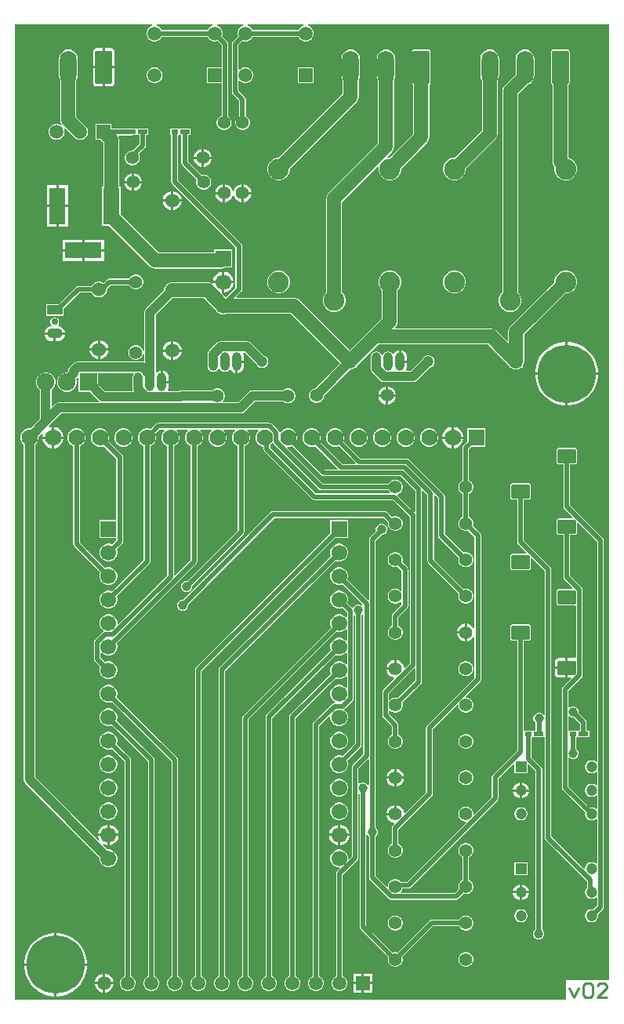
<source format=gbr>
%TF.GenerationSoftware,Altium Limited,Altium Designer,21.3.2 (30)*%
G04 Layer_Physical_Order=1*
G04 Layer_Color=255*
%FSLAX26Y26*%
%MOIN*%
%TF.SameCoordinates,1719BFE3-EC80-49D5-815D-C9D469E1D468*%
%TF.FilePolarity,Positive*%
%TF.FileFunction,Copper,L1,Top,Signal*%
%TF.Part,Single*%
G01*
G75*
%TA.AperFunction,SMDPad,CuDef*%
%ADD10R,0.027559X0.019685*%
%ADD11R,0.041339X0.019685*%
%TA.AperFunction,Conductor*%
%ADD12C,0.019685*%
%ADD13C,0.039370*%
%ADD14C,0.059055*%
%TA.AperFunction,NonConductor*%
%ADD15C,0.010000*%
%TA.AperFunction,ComponentPad*%
G04:AMPARAMS|DCode=16|XSize=70.866mil|YSize=141.732mil|CornerRadius=35.433mil|HoleSize=0mil|Usage=FLASHONLY|Rotation=180.000|XOffset=0mil|YOffset=0mil|HoleType=Round|Shape=RoundedRectangle|*
%AMROUNDEDRECTD16*
21,1,0.070866,0.070866,0,0,180.0*
21,1,0.000000,0.141732,0,0,180.0*
1,1,0.070866,0.000000,0.035433*
1,1,0.070866,0.000000,0.035433*
1,1,0.070866,0.000000,-0.035433*
1,1,0.070866,0.000000,-0.035433*
%
%ADD16ROUNDEDRECTD16*%
G04:AMPARAMS|DCode=17|XSize=70.866mil|YSize=141.732mil|CornerRadius=4.961mil|HoleSize=0mil|Usage=FLASHONLY|Rotation=180.000|XOffset=0mil|YOffset=0mil|HoleType=Round|Shape=RoundedRectangle|*
%AMROUNDEDRECTD17*
21,1,0.070866,0.131811,0,0,180.0*
21,1,0.060945,0.141732,0,0,180.0*
1,1,0.009921,-0.030473,0.065906*
1,1,0.009921,0.030473,0.065906*
1,1,0.009921,0.030473,-0.065906*
1,1,0.009921,-0.030473,-0.065906*
%
%ADD17ROUNDEDRECTD17*%
%ADD18R,0.059055X0.059055*%
%ADD19C,0.059055*%
%TA.AperFunction,ViaPad*%
%ADD20C,0.031496*%
%ADD21C,0.248031*%
%TA.AperFunction,ComponentPad*%
%ADD22R,0.075591X0.075591*%
%ADD23C,0.075591*%
G04:AMPARAMS|DCode=24|XSize=66.929mil|YSize=66.929mil|CornerRadius=33.465mil|HoleSize=0mil|Usage=FLASHONLY|Rotation=0.000|XOffset=0mil|YOffset=0mil|HoleType=Round|Shape=RoundedRectangle|*
%AMROUNDEDRECTD24*
21,1,0.066929,0.000000,0,0,0.0*
21,1,0.000000,0.066929,0,0,0.0*
1,1,0.066929,0.000000,0.000000*
1,1,0.066929,0.000000,0.000000*
1,1,0.066929,0.000000,0.000000*
1,1,0.066929,0.000000,0.000000*
%
%ADD24ROUNDEDRECTD24*%
%ADD25R,0.066929X0.066929*%
%ADD26C,0.031496*%
%ADD27C,0.248031*%
%ADD28C,0.070000*%
%ADD29R,0.070000X0.070000*%
%ADD30C,0.055118*%
%ADD31O,0.039370X0.078740*%
%ADD32O,0.039370X0.078740*%
%ADD33R,0.047244X0.047244*%
%ADD34C,0.047244*%
G04:AMPARAMS|DCode=35|XSize=42.126mil|YSize=66.929mil|CornerRadius=21.063mil|HoleSize=0mil|Usage=FLASHONLY|Rotation=270.000|XOffset=0mil|YOffset=0mil|HoleType=Round|Shape=RoundedRectangle|*
%AMROUNDEDRECTD35*
21,1,0.042126,0.024803,0,0,270.0*
21,1,0.000000,0.066929,0,0,270.0*
1,1,0.042126,-0.012402,0.000000*
1,1,0.042126,-0.012402,0.000000*
1,1,0.042126,0.012402,0.000000*
1,1,0.042126,0.012402,0.000000*
%
%ADD35ROUNDEDRECTD35*%
%ADD36C,0.029528*%
%ADD37R,0.066929X0.042126*%
%ADD38C,0.088583*%
%ADD39R,0.070866X0.157480*%
%ADD40R,0.157480X0.070866*%
%ADD41C,0.060000*%
%ADD42R,0.066929X0.066929*%
%ADD43C,0.066929*%
G04:AMPARAMS|DCode=44|XSize=62.992mil|YSize=78.74mil|CornerRadius=7.874mil|HoleSize=0mil|Usage=FLASHONLY|Rotation=90.000|XOffset=0mil|YOffset=0mil|HoleType=Round|Shape=RoundedRectangle|*
%AMROUNDEDRECTD44*
21,1,0.062992,0.062992,0,0,90.0*
21,1,0.047244,0.078740,0,0,90.0*
1,1,0.015748,0.031496,0.023622*
1,1,0.015748,0.031496,-0.023622*
1,1,0.015748,-0.031496,-0.023622*
1,1,0.015748,-0.031496,0.023622*
%
%ADD44ROUNDEDRECTD44*%
%TA.AperFunction,ViaPad*%
%ADD45C,0.039370*%
G36*
X1242447Y4156109D02*
X1239052Y4155200D01*
X1231421Y4150794D01*
X1225190Y4144563D01*
X1221438Y4138065D01*
X1026593D01*
X1022841Y4144563D01*
X1016611Y4150794D01*
X1008980Y4155200D01*
X1005585Y4156109D01*
X1006243Y4161109D01*
X1241789D01*
X1242447Y4156109D01*
D02*
G37*
G36*
X856620D02*
X853225Y4155200D01*
X845594Y4150794D01*
X839363Y4144563D01*
X835612Y4138065D01*
X640766D01*
X637014Y4144563D01*
X630784Y4150794D01*
X623153Y4155200D01*
X619758Y4156109D01*
X620416Y4161109D01*
X855962D01*
X856620Y4156109D01*
D02*
G37*
G36*
X2542999Y100650D02*
X2359252D01*
Y16056D01*
X16056D01*
Y4161109D01*
X600056D01*
X600714Y4156109D01*
X597319Y4155200D01*
X589688Y4150794D01*
X583458Y4144563D01*
X579052Y4136932D01*
X576772Y4128421D01*
Y4119610D01*
X579052Y4111099D01*
X583458Y4103468D01*
X589688Y4097237D01*
X597319Y4092832D01*
X605831Y4090551D01*
X614642D01*
X623153Y4092832D01*
X630784Y4097237D01*
X637014Y4103468D01*
X640766Y4109966D01*
X835612D01*
X839363Y4103468D01*
X845594Y4097237D01*
X853225Y4092832D01*
X861736Y4090551D01*
X870547D01*
X877795Y4092493D01*
X895399Y4074889D01*
Y3980315D01*
X832677D01*
Y3913386D01*
X895399D01*
Y3774385D01*
X893355Y3773838D01*
X886173Y3769691D01*
X880309Y3763827D01*
X876162Y3756645D01*
X874016Y3748635D01*
Y3740342D01*
X876162Y3732331D01*
X880309Y3725149D01*
X886173Y3719285D01*
X893355Y3715139D01*
X901365Y3712992D01*
X909658D01*
X917669Y3715139D01*
X924851Y3719285D01*
X930715Y3725149D01*
X934861Y3732331D01*
X937008Y3740342D01*
Y3748635D01*
X934861Y3756645D01*
X930715Y3763827D01*
X924851Y3769691D01*
X923498Y3770472D01*
Y4080709D01*
X922429Y4086085D01*
X919383Y4090643D01*
X897664Y4112362D01*
X899606Y4119610D01*
Y4128421D01*
X897326Y4136932D01*
X892920Y4144563D01*
X886689Y4150794D01*
X879058Y4155200D01*
X875663Y4156109D01*
X876322Y4161109D01*
X985883D01*
X986541Y4156109D01*
X983146Y4155200D01*
X975515Y4150794D01*
X969285Y4144563D01*
X964879Y4136932D01*
X962598Y4128421D01*
Y4119610D01*
X964540Y4112362D01*
X942821Y4090643D01*
X939776Y4086085D01*
X938706Y4080709D01*
Y3875180D01*
X939776Y3869804D01*
X942821Y3865246D01*
X970202Y3837865D01*
Y3772745D01*
X964913Y3769691D01*
X959049Y3763827D01*
X954902Y3756645D01*
X952756Y3748635D01*
Y3740342D01*
X954902Y3732331D01*
X959049Y3725149D01*
X964913Y3719285D01*
X972095Y3715139D01*
X980106Y3712992D01*
X988399D01*
X996409Y3715139D01*
X1003591Y3719285D01*
X1009455Y3725149D01*
X1013602Y3732331D01*
X1015748Y3740342D01*
Y3748635D01*
X1013602Y3756645D01*
X1009455Y3763827D01*
X1003591Y3769691D01*
X998302Y3772745D01*
Y3843684D01*
X997232Y3849061D01*
X994187Y3853619D01*
X966805Y3881000D01*
Y3921711D01*
X971805Y3923782D01*
X975515Y3920072D01*
X983146Y3915666D01*
X991657Y3913386D01*
X1000469D01*
X1008980Y3915666D01*
X1016611Y3920072D01*
X1022841Y3926302D01*
X1027247Y3933933D01*
X1029527Y3942445D01*
Y3951256D01*
X1027247Y3959767D01*
X1022841Y3967398D01*
X1016611Y3973628D01*
X1008980Y3978034D01*
X1000469Y3980315D01*
X991657D01*
X983146Y3978034D01*
X975515Y3973628D01*
X971805Y3969919D01*
X966805Y3971990D01*
Y4074889D01*
X984409Y4092493D01*
X991657Y4090551D01*
X1000469D01*
X1008980Y4092832D01*
X1016611Y4097237D01*
X1022841Y4103468D01*
X1026593Y4109966D01*
X1221438D01*
X1225190Y4103468D01*
X1231421Y4097237D01*
X1239052Y4092832D01*
X1247563Y4090551D01*
X1256374D01*
X1264885Y4092832D01*
X1272516Y4097237D01*
X1278747Y4103468D01*
X1283152Y4111099D01*
X1285433Y4119610D01*
Y4128421D01*
X1283152Y4136932D01*
X1278747Y4144563D01*
X1272516Y4150794D01*
X1264885Y4155200D01*
X1261490Y4156109D01*
X1262149Y4161109D01*
X2542999D01*
Y100650D01*
D02*
G37*
%LPC*%
G36*
X424173Y4061474D02*
X398701D01*
Y3985315D01*
X439427D01*
Y4046220D01*
X438266Y4052058D01*
X434959Y4057006D01*
X430010Y4060313D01*
X424173Y4061474D01*
D02*
G37*
G36*
X388701D02*
X363228D01*
X357391Y4060313D01*
X352442Y4057006D01*
X349136Y4052058D01*
X347975Y4046220D01*
Y3985315D01*
X388701D01*
Y4061474D01*
D02*
G37*
G36*
X1285433Y3980315D02*
X1218504D01*
Y3913386D01*
X1285433D01*
Y3980315D01*
D02*
G37*
G36*
X614642D02*
X605831D01*
X597319Y3978034D01*
X589688Y3973628D01*
X583458Y3967398D01*
X579052Y3959767D01*
X576772Y3951256D01*
Y3942445D01*
X579052Y3933933D01*
X583458Y3926302D01*
X589688Y3920072D01*
X597319Y3915666D01*
X605831Y3913386D01*
X614642D01*
X623153Y3915666D01*
X630784Y3920072D01*
X637014Y3926302D01*
X641420Y3933933D01*
X643701Y3942445D01*
Y3951256D01*
X641420Y3959767D01*
X637014Y3967398D01*
X630784Y3973628D01*
X623153Y3978034D01*
X614642Y3980315D01*
D02*
G37*
G36*
X439427Y3975315D02*
X398701D01*
Y3899156D01*
X424173D01*
X430010Y3900317D01*
X434959Y3903623D01*
X438266Y3908572D01*
X439427Y3914409D01*
Y3975315D01*
D02*
G37*
G36*
X388701D02*
X347975D01*
Y3914409D01*
X349136Y3908572D01*
X352442Y3903623D01*
X357391Y3900317D01*
X363228Y3899156D01*
X388701D01*
Y3975315D01*
D02*
G37*
G36*
X243701Y4055458D02*
X233423Y4054105D01*
X223846Y4050138D01*
X215622Y4043827D01*
X209311Y4035603D01*
X205344Y4026026D01*
X203991Y4015748D01*
Y3944882D01*
X205344Y3934604D01*
X209311Y3925027D01*
X209947Y3924198D01*
Y3754724D01*
X211098Y3745988D01*
X214470Y3737848D01*
X215433Y3736593D01*
X212071Y3732760D01*
X206618Y3735908D01*
X198107Y3738189D01*
X189295D01*
X180784Y3735908D01*
X173153Y3731503D01*
X166923Y3725272D01*
X162517Y3717641D01*
X160236Y3709130D01*
Y3700319D01*
X162517Y3691808D01*
X166923Y3684177D01*
X173153Y3677946D01*
X180784Y3673540D01*
X189295Y3671260D01*
X198107D01*
X206618Y3673540D01*
X214249Y3677946D01*
X220479Y3684177D01*
X224885Y3691808D01*
X227165Y3700319D01*
Y3709130D01*
X224885Y3717641D01*
X223391Y3720229D01*
X227392Y3723299D01*
X269834Y3680857D01*
X271589Y3679510D01*
X273153Y3677946D01*
X275069Y3676840D01*
X276824Y3675493D01*
X278868Y3674647D01*
X280784Y3673540D01*
X282921Y3672968D01*
X284965Y3672121D01*
X287158Y3671832D01*
X289295Y3671260D01*
X291507D01*
X293701Y3670971D01*
X295894Y3671260D01*
X298106D01*
X300243Y3671832D01*
X302437Y3672121D01*
X304481Y3672968D01*
X306618Y3673540D01*
X308534Y3674646D01*
X310577Y3675493D01*
X312333Y3676840D01*
X314248Y3677946D01*
X315813Y3679510D01*
X317568Y3680857D01*
X318915Y3682613D01*
X320479Y3684177D01*
X321585Y3686093D01*
X322932Y3687848D01*
X323779Y3689892D01*
X324885Y3691808D01*
X325457Y3693944D01*
X326304Y3695988D01*
X326593Y3698182D01*
X327165Y3700319D01*
Y3702531D01*
X327454Y3704724D01*
X327165Y3706918D01*
Y3709130D01*
X326593Y3711267D01*
X326304Y3713460D01*
X325457Y3715504D01*
X324885Y3717641D01*
X323779Y3719557D01*
X322932Y3721601D01*
X321585Y3723356D01*
X320479Y3725272D01*
X318915Y3726836D01*
X317568Y3728592D01*
X277454Y3768706D01*
Y3924198D01*
X278090Y3925027D01*
X282057Y3934604D01*
X283411Y3944882D01*
Y4015748D01*
X282057Y4026026D01*
X278090Y4035603D01*
X271780Y4043827D01*
X263556Y4050138D01*
X253978Y4054105D01*
X243701Y4055458D01*
D02*
G37*
G36*
X738465Y3718774D02*
X737107Y3718504D01*
X717284D01*
X713858Y3718504D01*
X708858Y3718504D01*
X695924D01*
X694567Y3718774D01*
X693210Y3718504D01*
X676850D01*
Y3690945D01*
X680517D01*
Y3493611D01*
X681587Y3488234D01*
X684632Y3483676D01*
X954455Y3213854D01*
Y3041808D01*
X915918Y3003272D01*
X910415Y3003692D01*
X895495Y3018613D01*
X896575Y3020974D01*
Y3061929D01*
X857824D01*
X855795Y3060350D01*
X853401Y3059463D01*
X851754Y3060727D01*
X843613Y3064099D01*
X834877Y3065249D01*
X690193D01*
X689507Y3065433D01*
X680571D01*
X671940Y3063120D01*
X664202Y3058652D01*
X657883Y3052334D01*
X653415Y3044595D01*
X651102Y3035964D01*
Y3031620D01*
X573521Y2954038D01*
X568300Y2946225D01*
X566466Y2937008D01*
Y2774148D01*
X561466Y2773490D01*
X559861Y2779480D01*
X555715Y2786662D01*
X549851Y2792526D01*
X542669Y2796672D01*
X534658Y2798819D01*
X526365D01*
X518355Y2796672D01*
X511173Y2792526D01*
X505309Y2786662D01*
X501162Y2779480D01*
X499016Y2771469D01*
Y2763176D01*
X501162Y2755166D01*
X505309Y2747984D01*
X511173Y2742120D01*
X518355Y2737973D01*
X526365Y2735827D01*
X534658D01*
X542669Y2737973D01*
X549851Y2742120D01*
X555715Y2747984D01*
X559861Y2755166D01*
X561466Y2761156D01*
X566466Y2760497D01*
Y2731163D01*
X562601Y2727991D01*
X558490Y2728809D01*
X281948D01*
X272731Y2726976D01*
X264917Y2721755D01*
X249505Y2706343D01*
X244284Y2698529D01*
X242683Y2690483D01*
X235665Y2683465D01*
X232301D01*
X221687Y2680621D01*
X212171Y2675126D01*
X204401Y2667356D01*
X198907Y2657840D01*
X196063Y2647227D01*
Y2636238D01*
X198907Y2625624D01*
X204401Y2616108D01*
X212171Y2608338D01*
X221687Y2602844D01*
X232301Y2600000D01*
X243290D01*
X253903Y2602844D01*
X263420Y2608338D01*
X271189Y2616108D01*
X276684Y2625624D01*
X279528Y2636238D01*
Y2647227D01*
X276996Y2656673D01*
X281221Y2660898D01*
X286221Y2658827D01*
Y2600000D01*
X335624D01*
X373914Y2561710D01*
X375604Y2560581D01*
X374087Y2555581D01*
X203937D01*
X194720Y2553748D01*
X186907Y2548527D01*
X176342Y2537962D01*
X171723Y2539876D01*
Y2607449D01*
X173262Y2608338D01*
X181032Y2616108D01*
X186526Y2625624D01*
X189370Y2636238D01*
Y2647227D01*
X186526Y2657840D01*
X181032Y2667356D01*
X173262Y2675126D01*
X163746Y2680621D01*
X153132Y2683465D01*
X142144D01*
X131530Y2680621D01*
X122014Y2675126D01*
X114244Y2667356D01*
X108749Y2657840D01*
X105906Y2647227D01*
Y2636238D01*
X108749Y2625624D01*
X114244Y2616108D01*
X122014Y2608338D01*
X123553Y2607449D01*
Y2485173D01*
X82829Y2444449D01*
X72827D01*
X62924Y2441795D01*
X54045Y2436669D01*
X46795Y2429420D01*
X41669Y2420541D01*
X39016Y2410638D01*
Y2400386D01*
X41669Y2390483D01*
X46795Y2381604D01*
X53868Y2374531D01*
Y953150D01*
X55701Y943933D01*
X60922Y936119D01*
X376969Y620073D01*
Y611808D01*
X379517Y602296D01*
X384442Y593767D01*
X391405Y586804D01*
X399934Y581880D01*
X409446Y579331D01*
X419294D01*
X428807Y581880D01*
X437335Y586804D01*
X444299Y593767D01*
X449223Y602296D01*
X451772Y611808D01*
Y621656D01*
X449223Y631169D01*
X444299Y639697D01*
X437335Y646661D01*
X428807Y651585D01*
X419294Y654134D01*
X411030D01*
X390764Y674399D01*
X393834Y678400D01*
X397593Y676230D01*
X408648Y673268D01*
X409370D01*
Y711732D01*
X370906D01*
Y711010D01*
X373868Y699956D01*
X376038Y696197D01*
X372037Y693127D01*
X102038Y963126D01*
Y2374531D01*
X109110Y2381604D01*
X114236Y2390483D01*
X116890Y2400386D01*
Y2410388D01*
X130228Y2423727D01*
X131026Y2423564D01*
X134640Y2417734D01*
X132953Y2411436D01*
Y2410512D01*
X172953D01*
Y2450512D01*
X172028D01*
X165730Y2448824D01*
X159901Y2452439D01*
X159738Y2453236D01*
X213913Y2507411D01*
X975424D01*
X984641Y2509245D01*
X992454Y2514466D01*
X1036581Y2558592D01*
X1157102D01*
X1158220Y2557474D01*
X1165402Y2553328D01*
X1173413Y2551181D01*
X1181706D01*
X1189716Y2553328D01*
X1196898Y2557474D01*
X1202762Y2563338D01*
X1206909Y2570520D01*
X1209055Y2578531D01*
Y2586824D01*
X1206909Y2594834D01*
X1202762Y2602016D01*
X1196898Y2607880D01*
X1189716Y2612027D01*
X1181706Y2614173D01*
X1173413D01*
X1165402Y2612027D01*
X1158220Y2607880D01*
X1157102Y2606762D01*
X1026605D01*
X1017388Y2604929D01*
X1009574Y2599708D01*
X965447Y2555581D01*
X902076D01*
X900005Y2560581D01*
X902762Y2563338D01*
X906909Y2570520D01*
X909055Y2578531D01*
Y2586824D01*
X906909Y2594834D01*
X902762Y2602016D01*
X896898Y2607880D01*
X889716Y2612027D01*
X881706Y2614173D01*
X873413D01*
X865402Y2612027D01*
X858220Y2607880D01*
X857102Y2606762D01*
X724924D01*
X715707Y2604929D01*
X712559Y2602825D01*
X668762D01*
X666791Y2607825D01*
X669472Y2614298D01*
X670492Y2622047D01*
Y2636733D01*
X640551D01*
Y2641733D01*
X635551D01*
Y2690700D01*
X632802Y2690338D01*
X625581Y2687347D01*
X619636Y2682786D01*
X617923Y2683069D01*
X614636Y2684184D01*
Y2927032D01*
X685163Y2997559D01*
X689507D01*
X690193Y2997743D01*
X820896D01*
X867509Y2951130D01*
X871646Y2943964D01*
X878610Y2937000D01*
X887138Y2932076D01*
X896651Y2929528D01*
X906499D01*
X916011Y2932076D01*
X917915Y2933176D01*
X1188381D01*
X1400047Y2721510D01*
X1294679Y2616142D01*
X1294672D01*
X1286662Y2613995D01*
X1279480Y2609849D01*
X1273616Y2603985D01*
X1269469Y2596803D01*
X1267323Y2588792D01*
Y2580499D01*
X1269469Y2572489D01*
X1273616Y2565307D01*
X1279480Y2559443D01*
X1286662Y2555296D01*
X1294672Y2553150D01*
X1302965D01*
X1310976Y2555296D01*
X1318158Y2559443D01*
X1324022Y2565307D01*
X1328168Y2572489D01*
X1330315Y2580499D01*
Y2583655D01*
X1441299Y2694640D01*
X1449681Y2695743D01*
X1457822Y2699115D01*
X1460001Y2700787D01*
X1468504D01*
Y2708171D01*
X1561225Y2800892D01*
X2027358D01*
X2120079Y2708171D01*
Y2700788D01*
X2128582D01*
X2130761Y2699115D01*
X2138902Y2695743D01*
X2147638Y2694593D01*
X2156374Y2695743D01*
X2164514Y2699115D01*
X2166694Y2700788D01*
X2175197D01*
Y2709291D01*
X2176869Y2711470D01*
X2180241Y2719611D01*
X2181391Y2728347D01*
Y2842318D01*
X2357774Y3018701D01*
X2364617D01*
X2376883Y3021987D01*
X2387881Y3028337D01*
X2396860Y3037316D01*
X2403209Y3048314D01*
X2406496Y3060580D01*
Y3073278D01*
X2403209Y3085544D01*
X2396860Y3096542D01*
X2387881Y3105521D01*
X2376883Y3111871D01*
X2364617Y3115157D01*
X2351918D01*
X2339652Y3111871D01*
X2328655Y3105521D01*
X2319675Y3096542D01*
X2313326Y3085544D01*
X2310039Y3073278D01*
Y3066435D01*
X2123771Y2880166D01*
X2118407Y2873176D01*
X2115035Y2865035D01*
X2113884Y2856299D01*
Y2816367D01*
X2109265Y2814454D01*
X2065206Y2858513D01*
X2058215Y2863877D01*
X2050075Y2867249D01*
X2041339Y2868399D01*
X1635265D01*
X1633351Y2873018D01*
X1634103Y2873771D01*
X1639467Y2880761D01*
X1642839Y2888902D01*
X1643989Y2897638D01*
Y3032477D01*
X1648829Y3037316D01*
X1655178Y3048314D01*
X1658465Y3060580D01*
Y3073278D01*
X1655178Y3085544D01*
X1648829Y3096542D01*
X1639849Y3105521D01*
X1628852Y3111871D01*
X1616586Y3115157D01*
X1603887D01*
X1591621Y3111871D01*
X1580623Y3105521D01*
X1571644Y3096542D01*
X1565294Y3085544D01*
X1562008Y3073278D01*
Y3060580D01*
X1565294Y3048314D01*
X1571644Y3037316D01*
X1576483Y3032477D01*
Y2911619D01*
X1523377Y2858513D01*
X1440945Y2776081D01*
X1226230Y2990796D01*
X1219239Y2996160D01*
X1211098Y2999532D01*
X1202362Y3000682D01*
X959599D01*
X957686Y3005302D01*
X978438Y3026054D01*
X981484Y3030612D01*
X982553Y3035989D01*
Y3219673D01*
X981484Y3225050D01*
X978438Y3229608D01*
X708616Y3499430D01*
Y3687409D01*
X712152Y3690945D01*
X717284Y3690945D01*
X724415D01*
Y3572953D01*
X725485Y3567576D01*
X728530Y3563018D01*
X789376Y3502172D01*
X787795Y3496272D01*
Y3487979D01*
X789942Y3479969D01*
X794088Y3472787D01*
X799952Y3466923D01*
X807134Y3462776D01*
X815145Y3460630D01*
X823438D01*
X831448Y3462776D01*
X838630Y3466923D01*
X844494Y3472787D01*
X848641Y3479969D01*
X850787Y3487979D01*
Y3496272D01*
X848641Y3504283D01*
X844494Y3511465D01*
X838630Y3517329D01*
X831448Y3521476D01*
X823438Y3523622D01*
X815145D01*
X809245Y3522041D01*
X752514Y3578772D01*
Y3690945D01*
X763071D01*
Y3718504D01*
X739822D01*
X738465Y3718774D01*
D02*
G37*
G36*
X820354Y3632032D02*
Y3599488D01*
X852899D01*
X850354Y3608985D01*
X845409Y3617550D01*
X838416Y3624543D01*
X829851Y3629488D01*
X820354Y3632032D01*
D02*
G37*
G36*
X810354D02*
X800857Y3629488D01*
X792293Y3624543D01*
X785300Y3617550D01*
X780355Y3608985D01*
X777810Y3599488D01*
X810354D01*
Y3632032D01*
D02*
G37*
G36*
X393701Y3738478D02*
X391507Y3738189D01*
X360236D01*
Y3706918D01*
X359947Y3704724D01*
X360236Y3702531D01*
Y3671260D01*
X379431D01*
X391444Y3659247D01*
Y3472441D01*
X385827D01*
Y3307087D01*
X416832D01*
X590125Y3133794D01*
X597116Y3128430D01*
X605256Y3125058D01*
X613992Y3123908D01*
X679212D01*
X680571Y3123543D01*
X689507D01*
X690193Y3123727D01*
X892126D01*
X900862Y3124877D01*
X909003Y3128249D01*
X910669Y3129528D01*
X938976D01*
Y3204331D01*
X864173D01*
Y3191234D01*
X690193D01*
X689507Y3191417D01*
X680571D01*
X680560Y3191414D01*
X627974D01*
X464567Y3354821D01*
Y3472441D01*
X458950D01*
Y3673228D01*
X457800Y3681964D01*
X456263Y3685675D01*
X459604Y3690675D01*
X514764D01*
X516121Y3690945D01*
X532480Y3690945D01*
X537480Y3690945D01*
X544612D01*
Y3653203D01*
X517393Y3625984D01*
X511208D01*
X503197Y3623838D01*
X496015Y3619691D01*
X490151Y3613827D01*
X486005Y3606645D01*
X483858Y3598635D01*
Y3590342D01*
X486005Y3582331D01*
X490151Y3575149D01*
X496015Y3569285D01*
X503197Y3565139D01*
X511208Y3562992D01*
X519501D01*
X527511Y3565139D01*
X534693Y3569285D01*
X540557Y3575149D01*
X544704Y3582331D01*
X546850Y3590342D01*
Y3598635D01*
X544704Y3606645D01*
X542174Y3611027D01*
X568596Y3637449D01*
X571641Y3642007D01*
X572711Y3647383D01*
Y3690945D01*
X583268D01*
Y3718504D01*
X560019D01*
X558661Y3718774D01*
X557304Y3718504D01*
X537480D01*
X534055Y3718504D01*
X529055Y3718504D01*
X516121D01*
X514764Y3718774D01*
X427386D01*
X427165Y3718994D01*
Y3738189D01*
X395894D01*
X393701Y3738478D01*
D02*
G37*
G36*
X852899Y3589488D02*
X820354D01*
Y3556944D01*
X829851Y3559489D01*
X838416Y3564433D01*
X845409Y3571426D01*
X850354Y3579991D01*
X852899Y3589488D01*
D02*
G37*
G36*
X810354D02*
X777810D01*
X780355Y3579991D01*
X785300Y3571426D01*
X792293Y3564433D01*
X800857Y3559489D01*
X810354Y3556944D01*
Y3589488D01*
D02*
G37*
G36*
X2365512Y4055292D02*
X2304567D01*
X2301095Y4054602D01*
X2298152Y4052635D01*
X2296186Y4049692D01*
X2295495Y4046220D01*
Y3914409D01*
X2296186Y3910938D01*
X2298152Y3907994D01*
X2301095Y3906028D01*
X2301286Y3905990D01*
Y3578463D01*
X2302436Y3569727D01*
X2305808Y3561586D01*
X2310532Y3555430D01*
X2310039Y3553593D01*
Y3540895D01*
X2313326Y3528629D01*
X2319675Y3517631D01*
X2328655Y3508652D01*
X2339652Y3502302D01*
X2351918Y3499016D01*
X2364617D01*
X2376883Y3502302D01*
X2387881Y3508652D01*
X2396860Y3517631D01*
X2403209Y3528629D01*
X2406496Y3540895D01*
Y3553593D01*
X2403209Y3565859D01*
X2396860Y3576857D01*
X2387881Y3585836D01*
X2376883Y3592186D01*
X2368793Y3594354D01*
Y3905990D01*
X2368983Y3906028D01*
X2371927Y3907994D01*
X2373893Y3910938D01*
X2374584Y3914409D01*
Y4046220D01*
X2373893Y4049692D01*
X2371927Y4052635D01*
X2368983Y4054602D01*
X2365512Y4055292D01*
D02*
G37*
G36*
X2035039Y4055458D02*
X2024762Y4054104D01*
X2015184Y4050137D01*
X2006960Y4043827D01*
X2000650Y4035603D01*
X1996683Y4026026D01*
X1995330Y4015748D01*
Y3944882D01*
X1996683Y3934604D01*
X2000650Y3925027D01*
X2001286Y3924198D01*
Y3710438D01*
X1886321Y3595472D01*
X1879477D01*
X1867211Y3592186D01*
X1856214Y3585836D01*
X1847235Y3576857D01*
X1840885Y3565859D01*
X1837599Y3553593D01*
Y3540895D01*
X1840885Y3528629D01*
X1847235Y3517631D01*
X1856214Y3508652D01*
X1867211Y3502302D01*
X1879477Y3499016D01*
X1892176D01*
X1904442Y3502302D01*
X1915440Y3508652D01*
X1924419Y3517631D01*
X1930768Y3528629D01*
X1934055Y3540895D01*
Y3547738D01*
X2058907Y3672589D01*
X2064271Y3679580D01*
X2067642Y3687720D01*
X2068793Y3696456D01*
Y3924198D01*
X2069429Y3925027D01*
X2073396Y3934604D01*
X2074749Y3944882D01*
Y4015748D01*
X2073396Y4026026D01*
X2069429Y4035603D01*
X2063118Y4043827D01*
X2054894Y4050137D01*
X2045317Y4054104D01*
X2035039Y4055458D01*
D02*
G37*
G36*
X1594488D02*
X1584210Y4054104D01*
X1574633Y4050137D01*
X1566409Y4043827D01*
X1560099Y4035603D01*
X1556131Y4026026D01*
X1554778Y4015748D01*
Y3944882D01*
X1556131Y3934604D01*
X1560099Y3925027D01*
X1560735Y3924198D01*
Y3655440D01*
X1350149Y3444854D01*
X1344784Y3437864D01*
X1341412Y3429723D01*
X1340262Y3420987D01*
Y3022641D01*
X1335423Y3017802D01*
X1329074Y3006804D01*
X1325787Y2994538D01*
Y2981840D01*
X1329074Y2969573D01*
X1335423Y2958576D01*
X1344403Y2949597D01*
X1355400Y2943247D01*
X1367666Y2939961D01*
X1380365D01*
X1392631Y2943247D01*
X1403629Y2949597D01*
X1412608Y2958576D01*
X1418957Y2969573D01*
X1422244Y2981840D01*
Y2994538D01*
X1418957Y3006804D01*
X1412608Y3017802D01*
X1407769Y3022641D01*
Y3407006D01*
X1557978Y3557215D01*
X1562308Y3554715D01*
X1562008Y3553593D01*
Y3540895D01*
X1565294Y3528629D01*
X1571644Y3517631D01*
X1580623Y3508652D01*
X1591621Y3502302D01*
X1603887Y3499016D01*
X1616586D01*
X1628852Y3502302D01*
X1639849Y3508652D01*
X1648829Y3517631D01*
X1655178Y3528629D01*
X1658465Y3540895D01*
Y3547738D01*
X1768355Y3657629D01*
X1773719Y3664619D01*
X1777091Y3672760D01*
X1778241Y3681496D01*
Y3905990D01*
X1778432Y3906028D01*
X1781375Y3907994D01*
X1783342Y3910938D01*
X1784032Y3914409D01*
Y4046220D01*
X1783342Y4049692D01*
X1781375Y4052635D01*
X1778432Y4054602D01*
X1774960Y4055292D01*
X1714016D01*
X1710544Y4054602D01*
X1707601Y4052635D01*
X1705634Y4049692D01*
X1704944Y4046220D01*
Y3914409D01*
X1705634Y3910938D01*
X1707601Y3907994D01*
X1710544Y3906028D01*
X1710735Y3905990D01*
Y3695477D01*
X1610730Y3595472D01*
X1603887D01*
X1602765Y3595172D01*
X1600265Y3599502D01*
X1618355Y3617592D01*
X1623719Y3624583D01*
X1627091Y3632723D01*
X1628241Y3641459D01*
Y3924198D01*
X1628878Y3925027D01*
X1632845Y3934604D01*
X1634198Y3944882D01*
Y4015748D01*
X1632845Y4026026D01*
X1628878Y4035603D01*
X1622567Y4043827D01*
X1614343Y4050137D01*
X1604766Y4054104D01*
X1594488Y4055458D01*
D02*
G37*
G36*
X1444488D02*
X1434210Y4054104D01*
X1424633Y4050137D01*
X1416409Y4043827D01*
X1410099Y4035603D01*
X1406131Y4026026D01*
X1404778Y4015748D01*
Y3944882D01*
X1406131Y3934604D01*
X1410099Y3925027D01*
X1410735Y3924198D01*
Y3867918D01*
X1138289Y3595472D01*
X1131446D01*
X1119180Y3592186D01*
X1108182Y3585836D01*
X1099203Y3576857D01*
X1092854Y3565859D01*
X1089567Y3553593D01*
Y3540895D01*
X1092854Y3528629D01*
X1099203Y3517631D01*
X1108182Y3508652D01*
X1119180Y3502302D01*
X1131446Y3499016D01*
X1144145D01*
X1156411Y3502302D01*
X1167408Y3508652D01*
X1176388Y3517631D01*
X1182737Y3528629D01*
X1186024Y3540895D01*
Y3547738D01*
X1468355Y3830070D01*
X1473719Y3837060D01*
X1477091Y3845201D01*
X1478241Y3853937D01*
Y3924198D01*
X1478878Y3925027D01*
X1482845Y3934604D01*
X1484198Y3944882D01*
Y4015748D01*
X1482845Y4026026D01*
X1478878Y4035603D01*
X1472567Y4043827D01*
X1464343Y4050137D01*
X1454766Y4054104D01*
X1444488Y4055458D01*
D02*
G37*
G36*
X524291Y3529670D02*
Y3497126D01*
X556835D01*
X554291Y3506623D01*
X549346Y3515188D01*
X542353Y3522181D01*
X533788Y3527125D01*
X524291Y3529670D01*
D02*
G37*
G36*
X514291D02*
X504794Y3527125D01*
X496229Y3522181D01*
X489237Y3515188D01*
X484292Y3506623D01*
X481747Y3497126D01*
X514291D01*
Y3529670D01*
D02*
G37*
G36*
X556836Y3487126D02*
X524291D01*
Y3454582D01*
X533788Y3457126D01*
X542353Y3462071D01*
X549346Y3469064D01*
X554291Y3477629D01*
X556836Y3487126D01*
D02*
G37*
G36*
X514291D02*
X481747D01*
X484292Y3477629D01*
X489237Y3469064D01*
X496229Y3462071D01*
X504794Y3457126D01*
X514291Y3454582D01*
Y3487126D01*
D02*
G37*
G36*
X989252Y3482032D02*
Y3449488D01*
X1021796D01*
X1019251Y3458985D01*
X1014307Y3467550D01*
X1007314Y3474543D01*
X998749Y3479488D01*
X989252Y3482032D01*
D02*
G37*
G36*
X900512D02*
X891015Y3479488D01*
X882450Y3474543D01*
X875457Y3467550D01*
X870512Y3458985D01*
X867968Y3449488D01*
X900512D01*
Y3482032D01*
D02*
G37*
G36*
X690305Y3453386D02*
X690039D01*
Y3418386D01*
X725039D01*
Y3418652D01*
X722313Y3428825D01*
X717047Y3437946D01*
X709600Y3445394D01*
X700479Y3450660D01*
X690305Y3453386D01*
D02*
G37*
G36*
X680039D02*
X679773D01*
X669600Y3450660D01*
X660479Y3445394D01*
X653031Y3437946D01*
X647765Y3428825D01*
X645039Y3418652D01*
Y3418386D01*
X680039D01*
Y3453386D01*
D02*
G37*
G36*
X1021796Y3439488D02*
X989252D01*
Y3406944D01*
X998749Y3409489D01*
X1007314Y3414433D01*
X1014307Y3421426D01*
X1019251Y3429991D01*
X1021796Y3439488D01*
D02*
G37*
G36*
X910512Y3482032D02*
Y3444488D01*
Y3406944D01*
X920009Y3409489D01*
X928574Y3414433D01*
X935567Y3421426D01*
X940511Y3429991D01*
X942294Y3436643D01*
X947470D01*
X949253Y3429991D01*
X954197Y3421426D01*
X961190Y3414433D01*
X969755Y3409489D01*
X979252Y3406944D01*
Y3444488D01*
Y3482032D01*
X969755Y3479488D01*
X961190Y3474543D01*
X954197Y3467550D01*
X949253Y3458985D01*
X947470Y3452333D01*
X942294D01*
X940511Y3458985D01*
X935567Y3467550D01*
X928574Y3474543D01*
X920009Y3479488D01*
X910512Y3482032D01*
D02*
G37*
G36*
X900512Y3439488D02*
X867968D01*
X870512Y3429991D01*
X875457Y3421426D01*
X882450Y3414433D01*
X891015Y3409489D01*
X900512Y3406944D01*
Y3439488D01*
D02*
G37*
G36*
X242283Y3478504D02*
X201850D01*
Y3394764D01*
X242283D01*
Y3478504D01*
D02*
G37*
G36*
X191850D02*
X151417D01*
Y3394764D01*
X191850D01*
Y3478504D01*
D02*
G37*
G36*
X725039Y3408386D02*
X690039D01*
Y3373386D01*
X690305D01*
X700479Y3376112D01*
X709600Y3381378D01*
X717047Y3388825D01*
X722313Y3397946D01*
X725039Y3408120D01*
Y3408386D01*
D02*
G37*
G36*
X680039D02*
X645039D01*
Y3408120D01*
X647765Y3397946D01*
X653031Y3388825D01*
X660479Y3381378D01*
X669600Y3376112D01*
X679773Y3373386D01*
X680039D01*
Y3408386D01*
D02*
G37*
G36*
X242283Y3384764D02*
X201850D01*
Y3301024D01*
X242283D01*
Y3384764D01*
D02*
G37*
G36*
X191850D02*
X151417D01*
Y3301024D01*
X191850D01*
Y3384764D01*
D02*
G37*
G36*
X395827Y3246220D02*
X312087D01*
Y3205787D01*
X395827D01*
Y3246220D01*
D02*
G37*
G36*
X302087D02*
X218346D01*
Y3205787D01*
X302087D01*
Y3246220D01*
D02*
G37*
G36*
X395827Y3195787D02*
X312087D01*
Y3155354D01*
X395827D01*
Y3195787D01*
D02*
G37*
G36*
X302087D02*
X218346D01*
Y3155354D01*
X302087D01*
Y3195787D01*
D02*
G37*
G36*
X907297Y3110394D02*
X906575D01*
Y3071929D01*
X945039D01*
Y3072651D01*
X942077Y3083706D01*
X936355Y3093617D01*
X928263Y3101709D01*
X918351Y3107432D01*
X907297Y3110394D01*
D02*
G37*
G36*
X896575D02*
X895853D01*
X884798Y3107432D01*
X874887Y3101709D01*
X866794Y3093617D01*
X861072Y3083706D01*
X858110Y3072651D01*
Y3071929D01*
X896575D01*
Y3110394D01*
D02*
G37*
G36*
X534658Y3098819D02*
X526365D01*
X518355Y3096672D01*
X511173Y3092526D01*
X505309Y3086662D01*
X502255Y3081372D01*
X416815D01*
X411438Y3080303D01*
X406880Y3077257D01*
X393179Y3063556D01*
X387115Y3067057D01*
X378484Y3069370D01*
X369548D01*
X360916Y3067057D01*
X353178Y3062589D01*
X346859Y3056271D01*
X342940Y3049483D01*
X285630D01*
X280253Y3048413D01*
X275695Y3045367D01*
X202966Y2972638D01*
X148031D01*
Y2922638D01*
X222834D01*
Y2952769D01*
X291449Y3021383D01*
X342940D01*
X346859Y3014595D01*
X353178Y3008277D01*
X360916Y3003809D01*
X369548Y3001496D01*
X378484D01*
X387115Y3003809D01*
X394853Y3008277D01*
X401172Y3014595D01*
X405640Y3022334D01*
X407953Y3030965D01*
Y3038592D01*
X422634Y3053273D01*
X502255D01*
X505309Y3047984D01*
X511173Y3042120D01*
X518355Y3037973D01*
X526365Y3035827D01*
X534658D01*
X542669Y3037973D01*
X549851Y3042120D01*
X555715Y3047984D01*
X559861Y3055166D01*
X562008Y3063176D01*
Y3071469D01*
X559861Y3079480D01*
X555715Y3086662D01*
X549851Y3092526D01*
X542669Y3096672D01*
X534658Y3098819D01*
D02*
G37*
G36*
X945039Y3061929D02*
X906575D01*
Y3023465D01*
X907297D01*
X918351Y3026427D01*
X928263Y3032149D01*
X936355Y3040241D01*
X942077Y3050152D01*
X945039Y3061207D01*
Y3061929D01*
D02*
G37*
G36*
X1892176Y3115157D02*
X1879477D01*
X1867211Y3111871D01*
X1856214Y3105521D01*
X1847235Y3096542D01*
X1840885Y3085544D01*
X1837599Y3073278D01*
Y3060580D01*
X1840885Y3048314D01*
X1847235Y3037316D01*
X1856214Y3028337D01*
X1867211Y3021987D01*
X1879477Y3018701D01*
X1892176D01*
X1904442Y3021987D01*
X1915440Y3028337D01*
X1924419Y3037316D01*
X1930768Y3048314D01*
X1934055Y3060580D01*
Y3073278D01*
X1930768Y3085544D01*
X1924419Y3096542D01*
X1915440Y3105521D01*
X1904442Y3111871D01*
X1892176Y3115157D01*
D02*
G37*
G36*
X1144145D02*
X1131446D01*
X1119180Y3111871D01*
X1108182Y3105521D01*
X1099203Y3096542D01*
X1092854Y3085544D01*
X1089567Y3073278D01*
Y3060580D01*
X1092854Y3048314D01*
X1099203Y3037316D01*
X1108182Y3028337D01*
X1119180Y3021987D01*
X1131446Y3018701D01*
X1144145D01*
X1156411Y3021987D01*
X1167408Y3028337D01*
X1176388Y3037316D01*
X1182737Y3048314D01*
X1186024Y3060580D01*
Y3073278D01*
X1182737Y3085544D01*
X1176388Y3096542D01*
X1167408Y3105521D01*
X1156411Y3111871D01*
X1144145Y3115157D01*
D02*
G37*
G36*
X2185039Y4055458D02*
X2174762Y4054104D01*
X2165184Y4050137D01*
X2156960Y4043827D01*
X2150650Y4035603D01*
X2146683Y4026026D01*
X2145330Y4015748D01*
Y3949710D01*
X2098180Y3902561D01*
X2092816Y3895570D01*
X2089444Y3887430D01*
X2088294Y3878694D01*
Y3022641D01*
X2083455Y3017802D01*
X2077106Y3006804D01*
X2073819Y2994538D01*
Y2981840D01*
X2077106Y2969573D01*
X2083455Y2958576D01*
X2092434Y2949597D01*
X2103432Y2943247D01*
X2115698Y2939961D01*
X2128397D01*
X2140663Y2943247D01*
X2151660Y2949597D01*
X2160640Y2958576D01*
X2166989Y2969573D01*
X2170276Y2981840D01*
Y2994538D01*
X2166989Y3006804D01*
X2160640Y3017802D01*
X2155800Y3022641D01*
Y3864713D01*
X2199237Y3908149D01*
X2204894Y3910492D01*
X2213118Y3916803D01*
X2219429Y3925027D01*
X2223396Y3934604D01*
X2224749Y3944882D01*
Y4015748D01*
X2223396Y4026026D01*
X2219429Y4035603D01*
X2213118Y4043827D01*
X2204894Y4050137D01*
X2195317Y4054104D01*
X2185039Y4055458D01*
D02*
G37*
G36*
X189153Y2916338D02*
X181713D01*
X174840Y2913492D01*
X169579Y2908231D01*
X166732Y2901358D01*
Y2893918D01*
X169579Y2887044D01*
X172765Y2883858D01*
X172774Y2883702D01*
X170869Y2878684D01*
X164922Y2877901D01*
X157366Y2874771D01*
X150877Y2869792D01*
X145898Y2863303D01*
X142768Y2855747D01*
X142359Y2852638D01*
X185433D01*
X228507D01*
X228098Y2855747D01*
X224968Y2863303D01*
X219989Y2869792D01*
X213500Y2874771D01*
X205944Y2877901D01*
X199997Y2878684D01*
X198092Y2883702D01*
X198101Y2883858D01*
X201287Y2887044D01*
X204134Y2893918D01*
Y2901358D01*
X201287Y2908231D01*
X196026Y2913492D01*
X189153Y2916338D01*
D02*
G37*
G36*
X228507Y2842638D02*
X190433D01*
Y2816307D01*
X197834D01*
X205944Y2817374D01*
X213500Y2820504D01*
X219989Y2825483D01*
X224968Y2831972D01*
X228098Y2839529D01*
X228507Y2842638D01*
D02*
G37*
G36*
X180433D02*
X142359D01*
X142768Y2839529D01*
X145898Y2831972D01*
X150877Y2825483D01*
X157366Y2820504D01*
X164922Y2817374D01*
X173031Y2816307D01*
X180433D01*
Y2842638D01*
D02*
G37*
G36*
X379282Y2819528D02*
X379015D01*
Y2784528D01*
X414016D01*
Y2784794D01*
X411290Y2794967D01*
X406024Y2804088D01*
X398576Y2811535D01*
X389455Y2816802D01*
X379282Y2819528D01*
D02*
G37*
G36*
X369015D02*
X368750D01*
X358576Y2816802D01*
X349455Y2811535D01*
X342008Y2804088D01*
X336742Y2794967D01*
X334016Y2784794D01*
Y2784528D01*
X369015D01*
Y2819528D01*
D02*
G37*
G36*
X690305Y2815590D02*
X690039D01*
Y2780590D01*
X725039D01*
Y2780857D01*
X722313Y2791030D01*
X717047Y2800151D01*
X709600Y2807599D01*
X700479Y2812865D01*
X690305Y2815590D01*
D02*
G37*
G36*
X680039D02*
X679773D01*
X669600Y2812865D01*
X660479Y2807599D01*
X653031Y2800151D01*
X647765Y2791030D01*
X645039Y2780857D01*
Y2780590D01*
X680039D01*
Y2815590D01*
D02*
G37*
G36*
X1648543Y2777315D02*
X1645794Y2776953D01*
X1638573Y2773961D01*
X1632372Y2769203D01*
X1627801Y2763246D01*
X1627272Y2762650D01*
X1622500Y2762180D01*
X1620574Y2765062D01*
X1612760Y2770283D01*
X1603543Y2772116D01*
X1594326Y2770283D01*
X1586513Y2765062D01*
X1581292Y2757249D01*
X1581092Y2756245D01*
X1575994D01*
X1575795Y2757249D01*
X1570574Y2765062D01*
X1562760Y2770283D01*
X1553543Y2772117D01*
X1544326Y2770283D01*
X1536513Y2765062D01*
X1531292Y2757249D01*
X1529458Y2748032D01*
Y2697416D01*
X1531292Y2688199D01*
X1536513Y2680386D01*
X1568574Y2648324D01*
X1576388Y2643103D01*
X1585605Y2641270D01*
X1710630D01*
X1719847Y2643103D01*
X1727660Y2648324D01*
X1781176Y2701840D01*
X1784259Y2702666D01*
X1790544Y2706294D01*
X1795675Y2711425D01*
X1799303Y2717709D01*
X1801181Y2724718D01*
Y2731975D01*
X1799303Y2738984D01*
X1795675Y2745268D01*
X1790544Y2750399D01*
X1784259Y2754028D01*
X1777250Y2755906D01*
X1769994D01*
X1762985Y2754028D01*
X1756700Y2750399D01*
X1751569Y2745268D01*
X1747941Y2738984D01*
X1747115Y2735901D01*
X1700654Y2689439D01*
X1681754D01*
X1679783Y2694439D01*
X1682464Y2700912D01*
X1683485Y2708662D01*
Y2723347D01*
X1653543D01*
Y2728347D01*
X1648543D01*
Y2777315D01*
D02*
G37*
G36*
X414016Y2774528D02*
X379015D01*
Y2739528D01*
X379282D01*
X389455Y2742253D01*
X398576Y2747519D01*
X406024Y2754967D01*
X411290Y2764088D01*
X414016Y2774261D01*
Y2774528D01*
D02*
G37*
G36*
X369015D02*
X334016D01*
Y2774261D01*
X336742Y2764088D01*
X342008Y2754967D01*
X349455Y2747519D01*
X358576Y2742253D01*
X368750Y2739528D01*
X369015D01*
Y2774528D01*
D02*
G37*
G36*
X725039Y2770590D02*
X690039D01*
Y2735590D01*
X690305D01*
X700479Y2738316D01*
X709600Y2743582D01*
X717047Y2751030D01*
X722313Y2760151D01*
X725039Y2770324D01*
Y2770590D01*
D02*
G37*
G36*
X680039D02*
X645039D01*
Y2770324D01*
X647765Y2760151D01*
X653031Y2751030D01*
X660479Y2743582D01*
X669600Y2738316D01*
X679773Y2735590D01*
X680039D01*
Y2770590D01*
D02*
G37*
G36*
X1658543Y2777315D02*
Y2733347D01*
X1683485D01*
Y2748032D01*
X1682464Y2755781D01*
X1679473Y2763002D01*
X1674715Y2769203D01*
X1668514Y2773961D01*
X1661293Y2776953D01*
X1658543Y2777315D01*
D02*
G37*
G36*
X1003937Y2815423D02*
X891510D01*
X882294Y2813590D01*
X874480Y2808369D01*
X842418Y2776307D01*
X837197Y2768494D01*
X835364Y2759277D01*
Y2708662D01*
X837197Y2699445D01*
X842418Y2691631D01*
X850232Y2686410D01*
X859449Y2684577D01*
X868666Y2686410D01*
X876479Y2691631D01*
X881700Y2699445D01*
X881900Y2700448D01*
X886998D01*
X887197Y2699445D01*
X892418Y2691631D01*
X900232Y2686410D01*
X909449Y2684577D01*
X918666Y2686410D01*
X926479Y2691631D01*
X928405Y2694514D01*
X933178Y2694043D01*
X933706Y2693447D01*
X938277Y2687490D01*
X944478Y2682732D01*
X951699Y2679740D01*
X954449Y2679379D01*
Y2728347D01*
X959449D01*
Y2733347D01*
X989390D01*
Y2748032D01*
X988370Y2755781D01*
X985689Y2762254D01*
X987660Y2767254D01*
X993961D01*
X1040422Y2720793D01*
X1041248Y2717709D01*
X1044877Y2711425D01*
X1050008Y2706294D01*
X1056292Y2702666D01*
X1063301Y2700787D01*
X1070557D01*
X1077567Y2702666D01*
X1083851Y2706294D01*
X1088982Y2711425D01*
X1092610Y2717709D01*
X1094488Y2724718D01*
Y2731975D01*
X1092610Y2738984D01*
X1088982Y2745268D01*
X1083851Y2750399D01*
X1077567Y2754027D01*
X1074483Y2754854D01*
X1020967Y2808369D01*
X1013154Y2813590D01*
X1003937Y2815423D01*
D02*
G37*
G36*
X2372752Y2811181D02*
X2367205D01*
Y2682165D01*
X2496220D01*
Y2687713D01*
X2492921Y2708548D01*
X2486402Y2728610D01*
X2476825Y2747405D01*
X2464426Y2764471D01*
X2449510Y2779387D01*
X2432444Y2791786D01*
X2413649Y2801363D01*
X2393587Y2807881D01*
X2372752Y2811181D01*
D02*
G37*
G36*
X2357205D02*
X2351657D01*
X2330823Y2807881D01*
X2310760Y2801363D01*
X2291965Y2791786D01*
X2274899Y2779387D01*
X2259983Y2764471D01*
X2247584Y2747405D01*
X2238008Y2728610D01*
X2231489Y2708548D01*
X2228189Y2687713D01*
Y2682165D01*
X2357205D01*
Y2811181D01*
D02*
G37*
G36*
X989390Y2723347D02*
X964449D01*
Y2679378D01*
X967198Y2679740D01*
X974419Y2682732D01*
X980620Y2687490D01*
X985379Y2693691D01*
X988370Y2700912D01*
X989390Y2708662D01*
Y2723347D01*
D02*
G37*
G36*
X645551Y2690700D02*
Y2646733D01*
X670492D01*
Y2661417D01*
X669472Y2669167D01*
X666481Y2676388D01*
X661723Y2682589D01*
X655522Y2687347D01*
X648301Y2690338D01*
X645551Y2690700D01*
D02*
G37*
G36*
X1603819Y2622190D02*
Y2589646D01*
X1636363D01*
X1633818Y2599143D01*
X1628874Y2607707D01*
X1621881Y2614700D01*
X1613316Y2619645D01*
X1603819Y2622190D01*
D02*
G37*
G36*
X1593819Y2622190D02*
X1584322Y2619645D01*
X1575757Y2614700D01*
X1568764Y2607707D01*
X1563820Y2599143D01*
X1561275Y2589646D01*
X1593819D01*
Y2622190D01*
D02*
G37*
G36*
Y2579646D02*
X1561275D01*
X1563820Y2570148D01*
X1568764Y2561584D01*
X1575757Y2554591D01*
X1584322Y2549646D01*
X1593819Y2547102D01*
Y2579646D01*
D02*
G37*
G36*
X1636363D02*
X1603819D01*
Y2547102D01*
X1613316Y2549646D01*
X1621881Y2554591D01*
X1628874Y2561584D01*
X1633818Y2570148D01*
X1636363Y2579646D01*
D02*
G37*
G36*
X2496220Y2672165D02*
X2367205D01*
Y2543150D01*
X2372752D01*
X2393587Y2546450D01*
X2413649Y2552968D01*
X2432444Y2562545D01*
X2449510Y2574944D01*
X2464426Y2589860D01*
X2476825Y2606926D01*
X2486402Y2625721D01*
X2492921Y2645783D01*
X2496220Y2666618D01*
Y2672165D01*
D02*
G37*
G36*
X2357205D02*
X2228189D01*
Y2666618D01*
X2231489Y2645783D01*
X2238008Y2625721D01*
X2247584Y2606926D01*
X2259983Y2589860D01*
X2274899Y2574944D01*
X2291965Y2562545D01*
X2310760Y2552968D01*
X2330823Y2546450D01*
X2351657Y2543150D01*
X2357205D01*
Y2672165D01*
D02*
G37*
G36*
X1098158Y2468341D02*
X626732D01*
X621356Y2467271D01*
X616798Y2464226D01*
X593860Y2441288D01*
X592982Y2441795D01*
X583079Y2444449D01*
X572827D01*
X562924Y2441795D01*
X554045Y2436669D01*
X546795Y2429420D01*
X541669Y2420541D01*
X539016Y2410638D01*
Y2400386D01*
X541669Y2390483D01*
X546795Y2381604D01*
X554045Y2374354D01*
X562924Y2369228D01*
X563903Y2368966D01*
Y1886134D01*
X429153Y1751385D01*
X428807Y1751585D01*
X419294Y1754134D01*
X409446D01*
X399934Y1751585D01*
X391405Y1746661D01*
X384442Y1739697D01*
X379517Y1731169D01*
X376969Y1721656D01*
Y1711808D01*
X379517Y1702296D01*
X384442Y1693767D01*
X391405Y1686804D01*
X399934Y1681880D01*
X409446Y1679331D01*
X419294D01*
X428807Y1681880D01*
X437335Y1686804D01*
X444299Y1693767D01*
X449223Y1702296D01*
X451772Y1711808D01*
Y1721656D01*
X449223Y1731169D01*
X449022Y1731516D01*
X587887Y1870380D01*
X590933Y1874938D01*
X592002Y1880315D01*
Y2368966D01*
X592982Y2369228D01*
X601861Y2374354D01*
X609110Y2381604D01*
X614236Y2390483D01*
X616890Y2400386D01*
Y2410638D01*
X614236Y2420541D01*
X613729Y2421419D01*
X632552Y2440242D01*
X650599D01*
X652617Y2435242D01*
X646795Y2429420D01*
X641669Y2420541D01*
X639016Y2410638D01*
Y2400386D01*
X641669Y2390483D01*
X646795Y2381604D01*
X654045Y2374354D01*
X662924Y2369228D01*
X663903Y2368966D01*
Y1819321D01*
X456772Y1612189D01*
X451772Y1614261D01*
Y1621656D01*
X449223Y1631169D01*
X444299Y1639697D01*
X437335Y1646661D01*
X428807Y1651585D01*
X419294Y1654134D01*
X409446D01*
X399934Y1651585D01*
X391405Y1646661D01*
X384442Y1639697D01*
X379517Y1631169D01*
X376969Y1621656D01*
Y1611808D01*
X379517Y1602296D01*
X384442Y1593767D01*
X391405Y1586804D01*
X391952Y1586488D01*
X392145Y1580603D01*
X390378Y1579423D01*
X357192Y1546236D01*
X354146Y1541678D01*
X353077Y1536302D01*
Y1463976D01*
X354146Y1458600D01*
X357192Y1454042D01*
X379718Y1431516D01*
X379517Y1431169D01*
X376969Y1421656D01*
Y1411808D01*
X379517Y1402296D01*
X384442Y1393767D01*
X391405Y1386804D01*
X399934Y1381880D01*
X409446Y1379331D01*
X419294D01*
X428807Y1381880D01*
X437335Y1386804D01*
X444299Y1393767D01*
X449223Y1402296D01*
X451772Y1411808D01*
Y1421656D01*
X449223Y1431169D01*
X444299Y1439697D01*
X437335Y1446661D01*
X428807Y1451585D01*
X419294Y1454134D01*
X409446D01*
X399934Y1451585D01*
X399587Y1451385D01*
X381175Y1469796D01*
Y1489962D01*
X386175Y1492033D01*
X391405Y1486804D01*
X399934Y1481880D01*
X409446Y1479331D01*
X419294D01*
X428807Y1481880D01*
X437335Y1486804D01*
X444299Y1493767D01*
X449223Y1502296D01*
X451772Y1511808D01*
Y1521656D01*
X449223Y1531169D01*
X449103Y1531376D01*
X787887Y1870161D01*
X790933Y1874719D01*
X792002Y1880095D01*
Y2368966D01*
X792982Y2369228D01*
X801861Y2374354D01*
X809110Y2381604D01*
X814236Y2390483D01*
X816890Y2400386D01*
Y2410638D01*
X814236Y2420541D01*
X809110Y2429420D01*
X803288Y2435242D01*
X805307Y2440242D01*
X850599D01*
X852617Y2435242D01*
X846795Y2429420D01*
X841669Y2420541D01*
X839016Y2410638D01*
Y2400386D01*
X841669Y2390483D01*
X846795Y2381604D01*
X854045Y2374354D01*
X862924Y2369228D01*
X872827Y2366575D01*
X883079D01*
X892982Y2369228D01*
X901861Y2374354D01*
X909110Y2381604D01*
X914236Y2390483D01*
X916890Y2400386D01*
Y2410638D01*
X914236Y2420541D01*
X909110Y2429420D01*
X903288Y2435242D01*
X905307Y2440242D01*
X950599D01*
X952617Y2435242D01*
X946795Y2429420D01*
X941669Y2420541D01*
X939016Y2410638D01*
Y2400386D01*
X941669Y2390483D01*
X946795Y2381604D01*
X954045Y2374354D01*
X962924Y2369228D01*
X963903Y2368966D01*
Y2009999D01*
X749180Y1795275D01*
X740728D01*
X732046Y1791679D01*
X725401Y1785034D01*
X721805Y1776352D01*
Y1766955D01*
X725401Y1758273D01*
X732046Y1751628D01*
X740728Y1748032D01*
X750126D01*
X758808Y1751628D01*
X765453Y1758273D01*
X769049Y1766955D01*
Y1775407D01*
X987887Y1994245D01*
X990933Y1998803D01*
X992002Y2004179D01*
Y2368966D01*
X992982Y2369228D01*
X1001861Y2374354D01*
X1009110Y2381604D01*
X1014236Y2390483D01*
X1016890Y2400386D01*
Y2410638D01*
X1014236Y2420541D01*
X1009110Y2429420D01*
X1003288Y2435242D01*
X1005307Y2440242D01*
X1050599D01*
X1052618Y2435242D01*
X1046795Y2429420D01*
X1041669Y2420541D01*
X1039016Y2410638D01*
Y2400386D01*
X1041669Y2390483D01*
X1046795Y2381604D01*
X1054045Y2374354D01*
X1062924Y2369228D01*
X1072827Y2366575D01*
X1073531D01*
Y2357302D01*
X1074600Y2351925D01*
X1077646Y2347367D01*
X1281223Y2143790D01*
X1285781Y2140745D01*
X1291157Y2139675D01*
X1624200D01*
X1694612Y2069263D01*
Y1445359D01*
X1675483Y1426230D01*
X1670793Y1428611D01*
X1668464Y1437302D01*
X1663519Y1445866D01*
X1656526Y1452859D01*
X1647962Y1457804D01*
X1638465Y1460349D01*
Y1422804D01*
X1633465D01*
Y1417804D01*
X1595920D01*
X1598465Y1408307D01*
X1603410Y1399743D01*
X1610403Y1392750D01*
X1618967Y1387805D01*
X1627658Y1385476D01*
X1630039Y1380786D01*
X1582191Y1332939D01*
X1579146Y1328381D01*
X1578076Y1323004D01*
Y1225152D01*
X1579146Y1219775D01*
X1582191Y1215217D01*
X1619415Y1177994D01*
Y1142158D01*
X1614126Y1139104D01*
X1608262Y1133240D01*
X1604115Y1126058D01*
X1601969Y1118047D01*
Y1109754D01*
X1604115Y1101744D01*
X1608262Y1094562D01*
X1614126Y1088698D01*
X1621308Y1084551D01*
X1629318Y1082405D01*
X1637611D01*
X1645622Y1084551D01*
X1652804Y1088698D01*
X1658668Y1094562D01*
X1662814Y1101744D01*
X1664961Y1109754D01*
Y1118047D01*
X1662814Y1126058D01*
X1658668Y1133240D01*
X1652804Y1139104D01*
X1647514Y1142158D01*
Y1183813D01*
X1646445Y1189189D01*
X1643399Y1193747D01*
X1606176Y1230971D01*
Y1244028D01*
X1611176Y1246100D01*
X1614126Y1243149D01*
X1621308Y1239003D01*
X1629318Y1236857D01*
X1637611D01*
X1645622Y1239003D01*
X1652804Y1243149D01*
X1658668Y1249014D01*
X1662814Y1256196D01*
X1664961Y1264206D01*
Y1272499D01*
X1663380Y1278399D01*
X1742218Y1357237D01*
X1745264Y1361795D01*
X1746333Y1367171D01*
Y2178974D01*
X1750952Y2180887D01*
X1770135Y2161705D01*
Y1880988D01*
X1771204Y1875612D01*
X1774250Y1871054D01*
X1903549Y1741754D01*
X1901969Y1735854D01*
Y1727561D01*
X1904115Y1719551D01*
X1908262Y1712369D01*
X1914126Y1706505D01*
X1921308Y1702358D01*
X1929318Y1700212D01*
X1937611D01*
X1945622Y1702358D01*
X1952804Y1706505D01*
X1958668Y1712369D01*
X1962814Y1719551D01*
X1964961Y1727561D01*
Y1735854D01*
X1962814Y1743865D01*
X1958668Y1751047D01*
X1952804Y1756911D01*
X1945622Y1761057D01*
X1937611Y1763204D01*
X1929318D01*
X1923418Y1761623D01*
X1798234Y1886808D01*
Y2160479D01*
X1802853Y2162393D01*
X1816659Y2148587D01*
Y1988916D01*
X1817729Y1983539D01*
X1820774Y1978981D01*
X1903549Y1896206D01*
X1901969Y1890306D01*
Y1882013D01*
X1904115Y1874003D01*
X1908262Y1866821D01*
X1914126Y1860957D01*
X1921308Y1856810D01*
X1929318Y1854664D01*
X1937611D01*
X1945622Y1856810D01*
X1952804Y1860957D01*
X1958668Y1866821D01*
X1962814Y1874003D01*
X1964961Y1882013D01*
Y1890306D01*
X1962814Y1898317D01*
X1958668Y1905499D01*
X1952804Y1911363D01*
X1945622Y1915509D01*
X1937611Y1917656D01*
X1929318D01*
X1923418Y1916075D01*
X1844758Y1994735D01*
Y2154406D01*
X1843689Y2159783D01*
X1840643Y2164341D01*
X1691900Y2313084D01*
X1687342Y2316130D01*
X1681966Y2317199D01*
X1486135D01*
X1413729Y2389604D01*
X1414236Y2390483D01*
X1416890Y2400386D01*
Y2410638D01*
X1414236Y2420541D01*
X1409110Y2429420D01*
X1401861Y2436669D01*
X1392982Y2441795D01*
X1383079Y2444449D01*
X1372827D01*
X1362924Y2441795D01*
X1354045Y2436669D01*
X1346795Y2429420D01*
X1341669Y2420541D01*
X1339016Y2410638D01*
Y2400386D01*
X1341669Y2390483D01*
X1346795Y2381604D01*
X1354045Y2374354D01*
X1362924Y2369228D01*
X1372827Y2366575D01*
X1383079D01*
X1392982Y2369228D01*
X1393860Y2369735D01*
X1465399Y2298196D01*
X1463486Y2293577D01*
X1409757D01*
X1313729Y2389604D01*
X1314236Y2390483D01*
X1316890Y2400386D01*
Y2410638D01*
X1314236Y2420541D01*
X1309110Y2429420D01*
X1301861Y2436669D01*
X1292982Y2441795D01*
X1283079Y2444449D01*
X1272827D01*
X1262924Y2441795D01*
X1254045Y2436669D01*
X1246795Y2429420D01*
X1241669Y2420541D01*
X1239016Y2410638D01*
Y2400386D01*
X1241669Y2390483D01*
X1246795Y2381604D01*
X1254045Y2374354D01*
X1262924Y2369228D01*
X1272827Y2366575D01*
X1283079D01*
X1292982Y2369228D01*
X1293860Y2369735D01*
X1389596Y2274000D01*
X1387525Y2269000D01*
X1334334D01*
X1213729Y2389604D01*
X1214236Y2390483D01*
X1216890Y2400386D01*
Y2410638D01*
X1214236Y2420541D01*
X1209110Y2429420D01*
X1201861Y2436669D01*
X1192982Y2441795D01*
X1183079Y2444449D01*
X1172827D01*
X1162924Y2441795D01*
X1154045Y2436669D01*
X1146795Y2429420D01*
X1145567Y2427291D01*
X1140295Y2428162D01*
X1139712Y2431093D01*
X1136667Y2435651D01*
X1108092Y2464226D01*
X1103534Y2467271D01*
X1098158Y2468341D01*
D02*
G37*
G36*
X1883877Y2450512D02*
X1882953D01*
Y2410512D01*
X1922953D01*
Y2411436D01*
X1919886Y2422881D01*
X1913962Y2433142D01*
X1905583Y2441521D01*
X1895322Y2447445D01*
X1883877Y2450512D01*
D02*
G37*
G36*
X1872953D02*
X1872028D01*
X1860583Y2447445D01*
X1850322Y2441521D01*
X1841944Y2433142D01*
X1836020Y2422881D01*
X1832953Y2411436D01*
Y2410512D01*
X1872953D01*
Y2450512D01*
D02*
G37*
G36*
X183877D02*
X182953D01*
Y2410512D01*
X222953D01*
Y2411436D01*
X219886Y2422881D01*
X213962Y2433142D01*
X205583Y2441521D01*
X195322Y2447445D01*
X183877Y2450512D01*
D02*
G37*
G36*
X1783079Y2444449D02*
X1772827D01*
X1762924Y2441795D01*
X1754045Y2436669D01*
X1746795Y2429420D01*
X1741669Y2420541D01*
X1739016Y2410638D01*
Y2400386D01*
X1741669Y2390483D01*
X1746795Y2381604D01*
X1754045Y2374354D01*
X1762924Y2369228D01*
X1772827Y2366575D01*
X1783079D01*
X1792982Y2369228D01*
X1801861Y2374354D01*
X1809110Y2381604D01*
X1814236Y2390483D01*
X1816890Y2400386D01*
Y2410638D01*
X1814236Y2420541D01*
X1809110Y2429420D01*
X1801861Y2436669D01*
X1792982Y2441795D01*
X1783079Y2444449D01*
D02*
G37*
G36*
X1683079D02*
X1672827D01*
X1662924Y2441795D01*
X1654045Y2436669D01*
X1646795Y2429420D01*
X1641669Y2420541D01*
X1639016Y2410638D01*
Y2400386D01*
X1641669Y2390483D01*
X1646795Y2381604D01*
X1654045Y2374354D01*
X1662924Y2369228D01*
X1672827Y2366575D01*
X1683079D01*
X1692982Y2369228D01*
X1701861Y2374354D01*
X1709110Y2381604D01*
X1714236Y2390483D01*
X1716890Y2400386D01*
Y2410638D01*
X1714236Y2420541D01*
X1709110Y2429420D01*
X1701861Y2436669D01*
X1692982Y2441795D01*
X1683079Y2444449D01*
D02*
G37*
G36*
X1583079D02*
X1572827D01*
X1562924Y2441795D01*
X1554045Y2436669D01*
X1546795Y2429420D01*
X1541669Y2420541D01*
X1539016Y2410638D01*
Y2400386D01*
X1541669Y2390483D01*
X1546795Y2381604D01*
X1554045Y2374354D01*
X1562924Y2369228D01*
X1572827Y2366575D01*
X1583079D01*
X1592982Y2369228D01*
X1601861Y2374354D01*
X1609110Y2381604D01*
X1614236Y2390483D01*
X1616890Y2400386D01*
Y2410638D01*
X1614236Y2420541D01*
X1609110Y2429420D01*
X1601861Y2436669D01*
X1592982Y2441795D01*
X1583079Y2444449D01*
D02*
G37*
G36*
X1483079D02*
X1472827D01*
X1462924Y2441795D01*
X1454045Y2436669D01*
X1446795Y2429420D01*
X1441669Y2420541D01*
X1439016Y2410638D01*
Y2400386D01*
X1441669Y2390483D01*
X1446795Y2381604D01*
X1454045Y2374354D01*
X1462924Y2369228D01*
X1472827Y2366575D01*
X1483079D01*
X1492982Y2369228D01*
X1501861Y2374354D01*
X1509110Y2381604D01*
X1514236Y2390483D01*
X1516890Y2400386D01*
Y2410638D01*
X1514236Y2420541D01*
X1509110Y2429420D01*
X1501861Y2436669D01*
X1492982Y2441795D01*
X1483079Y2444449D01*
D02*
G37*
G36*
X483079D02*
X472827D01*
X462924Y2441795D01*
X454045Y2436669D01*
X446795Y2429420D01*
X441669Y2420541D01*
X439016Y2410638D01*
Y2400386D01*
X441669Y2390483D01*
X446795Y2381604D01*
X454045Y2374354D01*
X462924Y2369228D01*
X472827Y2366575D01*
X483079D01*
X492982Y2369228D01*
X501861Y2374354D01*
X509110Y2381604D01*
X514236Y2390483D01*
X516890Y2400386D01*
Y2410638D01*
X514236Y2420541D01*
X509110Y2429420D01*
X501861Y2436669D01*
X492982Y2441795D01*
X483079Y2444449D01*
D02*
G37*
G36*
X1922953Y2400512D02*
X1882953D01*
Y2360512D01*
X1883877D01*
X1895322Y2363579D01*
X1905583Y2369503D01*
X1913962Y2377881D01*
X1919886Y2388142D01*
X1922953Y2399587D01*
Y2400512D01*
D02*
G37*
G36*
X1872953D02*
X1832953D01*
Y2399587D01*
X1836020Y2388142D01*
X1841944Y2377881D01*
X1850322Y2369503D01*
X1860583Y2363579D01*
X1872028Y2360512D01*
X1872953D01*
Y2400512D01*
D02*
G37*
G36*
X222953D02*
X182953D01*
Y2360512D01*
X183877D01*
X195322Y2363579D01*
X205583Y2369503D01*
X213962Y2377881D01*
X219886Y2388142D01*
X222953Y2399587D01*
Y2400512D01*
D02*
G37*
G36*
X172953D02*
X132953D01*
Y2399587D01*
X136019Y2388142D01*
X141944Y2377881D01*
X150322Y2369503D01*
X160583Y2363579D01*
X172028Y2360512D01*
X172953D01*
Y2400512D01*
D02*
G37*
G36*
X1590147Y2092075D02*
X1113459D01*
X1108082Y2091006D01*
X1103524Y2087960D01*
X732100Y1716535D01*
X723648D01*
X714966Y1712939D01*
X708321Y1706294D01*
X704725Y1697612D01*
Y1688215D01*
X708321Y1679533D01*
X714966Y1672888D01*
X723648Y1669291D01*
X733045D01*
X741727Y1672888D01*
X748372Y1679533D01*
X751968Y1688215D01*
Y1696666D01*
X1119278Y2063976D01*
X1584327D01*
X1602302Y2046002D01*
X1601969Y2044758D01*
Y2036465D01*
X1604115Y2028455D01*
X1608262Y2021273D01*
X1614126Y2015408D01*
X1621308Y2011262D01*
X1629318Y2009116D01*
X1637611D01*
X1645622Y2011262D01*
X1652804Y2015408D01*
X1658668Y2021273D01*
X1662814Y2028455D01*
X1664961Y2036465D01*
Y2044758D01*
X1662814Y2052769D01*
X1658668Y2059950D01*
X1652804Y2065815D01*
X1645622Y2069961D01*
X1637611Y2072108D01*
X1629318D01*
X1621308Y2069961D01*
X1619262Y2068780D01*
X1600081Y2087960D01*
X1595523Y2091006D01*
X1590147Y2092075D01*
D02*
G37*
G36*
X383079Y2444449D02*
X372827D01*
X362924Y2441795D01*
X354045Y2436669D01*
X346795Y2429420D01*
X341669Y2420541D01*
X339016Y2410638D01*
Y2400386D01*
X341669Y2390483D01*
X346795Y2381604D01*
X354045Y2374354D01*
X362924Y2369228D01*
X372827Y2366575D01*
X383079D01*
X392982Y2369228D01*
X393860Y2369735D01*
X447565Y2316031D01*
Y2054134D01*
X376969D01*
Y1979331D01*
X447565D01*
Y1969796D01*
X429153Y1951385D01*
X428807Y1951585D01*
X419294Y1954134D01*
X409446D01*
X399934Y1951585D01*
X391405Y1946661D01*
X384442Y1939697D01*
X379517Y1931169D01*
X376969Y1921656D01*
Y1911808D01*
X379517Y1902296D01*
X384442Y1893767D01*
X391405Y1886804D01*
X399934Y1881880D01*
X409446Y1879331D01*
X419294D01*
X428807Y1881880D01*
X437335Y1886804D01*
X444299Y1893767D01*
X449223Y1902296D01*
X451772Y1911808D01*
Y1921656D01*
X449223Y1931169D01*
X449022Y1931516D01*
X471549Y1954042D01*
X474594Y1958600D01*
X475664Y1963976D01*
Y2321850D01*
X474594Y2327227D01*
X471549Y2331785D01*
X413729Y2389604D01*
X414236Y2390483D01*
X416890Y2400386D01*
Y2410638D01*
X414236Y2420541D01*
X409110Y2429420D01*
X401861Y2436669D01*
X392982Y2441795D01*
X383079Y2444449D01*
D02*
G37*
G36*
X1399609Y1954134D02*
X1389761D01*
X1380249Y1951585D01*
X1371720Y1946661D01*
X1364756Y1939697D01*
X1359832Y1931169D01*
X1357284Y1921656D01*
Y1911808D01*
X1359832Y1902296D01*
X1360033Y1901949D01*
X886129Y1428045D01*
X883083Y1423487D01*
X882014Y1418110D01*
Y117144D01*
X875515Y113392D01*
X869285Y107162D01*
X864879Y99531D01*
X862598Y91020D01*
Y82209D01*
X864879Y73697D01*
X869285Y66067D01*
X875515Y59836D01*
X883146Y55430D01*
X891657Y53150D01*
X900469D01*
X908980Y55430D01*
X916611Y59836D01*
X922841Y66067D01*
X927247Y73697D01*
X929528Y82209D01*
Y91020D01*
X927247Y99531D01*
X922841Y107162D01*
X916611Y113392D01*
X910112Y117144D01*
Y1412291D01*
X1379902Y1882080D01*
X1380249Y1881880D01*
X1389761Y1879331D01*
X1399609D01*
X1409121Y1881880D01*
X1417650Y1886804D01*
X1424614Y1893767D01*
X1429538Y1902296D01*
X1432087Y1911808D01*
Y1921656D01*
X1429538Y1931169D01*
X1424614Y1939697D01*
X1417650Y1946661D01*
X1409121Y1951585D01*
X1399609Y1954134D01*
D02*
G37*
G36*
X283079Y2444449D02*
X272827D01*
X262924Y2441795D01*
X254045Y2436669D01*
X246795Y2429420D01*
X241669Y2420541D01*
X239016Y2410638D01*
Y2400386D01*
X241669Y2390483D01*
X246795Y2381604D01*
X254045Y2374354D01*
X262924Y2369228D01*
X263903Y2368966D01*
Y1953150D01*
X264973Y1947773D01*
X268018Y1943215D01*
X379718Y1831516D01*
X379517Y1831169D01*
X376969Y1821656D01*
Y1811808D01*
X379517Y1802296D01*
X384442Y1793767D01*
X391405Y1786804D01*
X399934Y1781880D01*
X409446Y1779331D01*
X419294D01*
X428807Y1781880D01*
X437335Y1786804D01*
X444299Y1793767D01*
X449223Y1802296D01*
X451772Y1811808D01*
Y1821656D01*
X449223Y1831169D01*
X444299Y1839697D01*
X437335Y1846661D01*
X428807Y1851585D01*
X419294Y1854134D01*
X409446D01*
X399934Y1851585D01*
X399587Y1851385D01*
X292002Y1958969D01*
Y2368966D01*
X292982Y2369228D01*
X301861Y2374354D01*
X309110Y2381604D01*
X314236Y2390483D01*
X316890Y2400386D01*
Y2410638D01*
X314236Y2420541D01*
X309110Y2429420D01*
X301861Y2436669D01*
X292982Y2441795D01*
X283079Y2444449D01*
D02*
G37*
G36*
X1637611Y1917656D02*
X1629318D01*
X1621308Y1915509D01*
X1614126Y1911363D01*
X1608262Y1905499D01*
X1604115Y1898317D01*
X1601969Y1890306D01*
Y1882013D01*
X1604115Y1874003D01*
X1608262Y1866821D01*
X1614126Y1860957D01*
X1621308Y1856810D01*
X1629318Y1854664D01*
X1637611D01*
X1643511Y1856245D01*
X1660754Y1839002D01*
Y1756032D01*
X1655754Y1753961D01*
X1652804Y1756911D01*
X1645622Y1761057D01*
X1637611Y1763204D01*
X1629318D01*
X1621308Y1761057D01*
X1614126Y1756911D01*
X1608262Y1751047D01*
X1604115Y1743865D01*
X1601969Y1735854D01*
Y1727561D01*
X1604115Y1719551D01*
X1608262Y1712369D01*
X1614126Y1706505D01*
X1621308Y1702358D01*
X1629318Y1700212D01*
X1637611D01*
X1645622Y1702358D01*
X1652804Y1706505D01*
X1655754Y1709455D01*
X1660754Y1707384D01*
Y1694326D01*
X1623530Y1657103D01*
X1620485Y1652545D01*
X1619415Y1647168D01*
Y1605513D01*
X1614126Y1602459D01*
X1608262Y1596595D01*
X1604115Y1589413D01*
X1601969Y1581403D01*
Y1573110D01*
X1604115Y1565099D01*
X1608262Y1557917D01*
X1614126Y1552053D01*
X1621308Y1547907D01*
X1629318Y1545760D01*
X1637611D01*
X1645622Y1547907D01*
X1652804Y1552053D01*
X1658668Y1557917D01*
X1662814Y1565099D01*
X1664961Y1573110D01*
Y1581403D01*
X1662814Y1589413D01*
X1658668Y1596595D01*
X1652804Y1602459D01*
X1647514Y1605513D01*
Y1641349D01*
X1684738Y1678572D01*
X1687783Y1683130D01*
X1688853Y1688507D01*
Y1844821D01*
X1687783Y1850198D01*
X1684738Y1854756D01*
X1663380Y1876113D01*
X1664961Y1882013D01*
Y1890306D01*
X1662814Y1898317D01*
X1658668Y1905499D01*
X1652804Y1911363D01*
X1645622Y1915509D01*
X1637611Y1917656D01*
D02*
G37*
G36*
X2016890Y2444449D02*
X1939016D01*
Y2386444D01*
X1923530Y2370958D01*
X1920485Y2366400D01*
X1919415Y2361024D01*
Y2223320D01*
X1914126Y2220266D01*
X1908262Y2214402D01*
X1904115Y2207220D01*
X1901969Y2199210D01*
Y2190917D01*
X1904115Y2182906D01*
X1908262Y2175724D01*
X1914126Y2169860D01*
X1919415Y2166806D01*
Y2068869D01*
X1914126Y2065815D01*
X1908262Y2059950D01*
X1904115Y2052769D01*
X1901969Y2044758D01*
Y2036465D01*
X1904115Y2028455D01*
X1908262Y2021273D01*
X1914126Y2015408D01*
X1921308Y2011262D01*
X1929318Y2009116D01*
X1937611D01*
X1943511Y2010696D01*
X1970554Y1983653D01*
Y1598134D01*
X1965554Y1596794D01*
X1963519Y1600318D01*
X1956526Y1607311D01*
X1947962Y1612255D01*
X1938465Y1614800D01*
Y1577256D01*
Y1539712D01*
X1947962Y1542257D01*
X1956526Y1547201D01*
X1963519Y1554194D01*
X1965554Y1557718D01*
X1970554Y1556378D01*
Y1383772D01*
X1768359Y1181577D01*
X1765313Y1177019D01*
X1764244Y1171642D01*
Y897183D01*
X1675483Y808423D01*
X1670793Y810804D01*
X1668464Y819494D01*
X1663519Y828059D01*
X1656526Y835052D01*
X1647962Y839996D01*
X1638465Y842541D01*
Y804997D01*
X1633465D01*
Y799997D01*
X1595920D01*
X1598465Y790500D01*
X1603410Y781935D01*
X1610403Y774942D01*
X1618967Y769998D01*
X1627658Y767669D01*
X1630039Y762979D01*
X1623530Y756470D01*
X1620485Y751912D01*
X1619415Y746535D01*
Y678802D01*
X1614126Y675748D01*
X1608262Y669884D01*
X1604115Y662702D01*
X1601969Y654692D01*
Y646399D01*
X1604115Y638388D01*
X1608262Y631206D01*
X1614126Y625342D01*
X1621308Y621196D01*
X1629318Y619049D01*
X1637611D01*
X1645622Y621196D01*
X1652804Y625342D01*
X1658668Y631206D01*
X1662814Y638388D01*
X1664961Y646399D01*
Y654692D01*
X1662814Y662702D01*
X1658668Y669884D01*
X1652804Y675748D01*
X1647514Y678802D01*
Y740716D01*
X1788227Y881429D01*
X1791273Y885987D01*
X1792342Y891364D01*
Y1165823D01*
X1896969Y1270449D01*
X1901969Y1268378D01*
Y1264206D01*
X1904115Y1256196D01*
X1908262Y1249014D01*
X1914126Y1243149D01*
X1921308Y1239003D01*
X1929318Y1236857D01*
X1937611D01*
X1945622Y1239003D01*
X1952804Y1243149D01*
X1958668Y1249014D01*
X1962814Y1256196D01*
X1964961Y1264206D01*
Y1272499D01*
X1962814Y1280509D01*
X1958668Y1287691D01*
X1952804Y1293556D01*
X1945622Y1297702D01*
X1937611Y1299849D01*
X1933439D01*
X1931368Y1304849D01*
X1994538Y1368018D01*
X1997583Y1372576D01*
X1998653Y1377953D01*
Y1989473D01*
X1997583Y1994849D01*
X1994538Y1999407D01*
X1963380Y2030565D01*
X1964961Y2036465D01*
Y2044758D01*
X1962814Y2052769D01*
X1958668Y2059950D01*
X1952804Y2065815D01*
X1947514Y2068869D01*
Y2166806D01*
X1952804Y2169860D01*
X1958668Y2175724D01*
X1962814Y2182906D01*
X1964961Y2190917D01*
Y2199210D01*
X1962814Y2207220D01*
X1958668Y2214402D01*
X1952804Y2220266D01*
X1947514Y2223320D01*
Y2355204D01*
X1958885Y2366575D01*
X2016890D01*
Y2444449D01*
D02*
G37*
G36*
X1928465Y1614800D02*
X1918967Y1612255D01*
X1910403Y1607311D01*
X1903410Y1600318D01*
X1898465Y1591753D01*
X1895920Y1582256D01*
X1928465D01*
Y1614800D01*
D02*
G37*
G36*
Y1572256D02*
X1895920D01*
X1898465Y1562759D01*
X1903410Y1554194D01*
X1910403Y1547201D01*
X1918967Y1542257D01*
X1928465Y1539712D01*
Y1572256D01*
D02*
G37*
G36*
X2393701Y2362436D02*
X2330709D01*
X2326100Y2361519D01*
X2322193Y2358909D01*
X2319583Y2355002D01*
X2318666Y2350394D01*
Y2303150D01*
X2319583Y2298541D01*
X2322193Y2294634D01*
X2326100Y2292024D01*
X2330709Y2291107D01*
X2348155D01*
Y2112512D01*
X2349225Y2107136D01*
X2352270Y2102578D01*
X2387793Y2067055D01*
X2385879Y2062436D01*
X2330709D01*
X2326100Y2061519D01*
X2322193Y2058909D01*
X2319583Y2055002D01*
X2318666Y2050394D01*
Y2003150D01*
X2319583Y1998541D01*
X2322193Y1994634D01*
X2326100Y1992024D01*
X2330709Y1991107D01*
X2348155D01*
Y1812512D01*
X2349225Y1807136D01*
X2352270Y1802578D01*
X2387793Y1767055D01*
X2385879Y1762436D01*
X2330709D01*
X2326100Y1761519D01*
X2322193Y1758909D01*
X2319583Y1755002D01*
X2318666Y1750394D01*
Y1703150D01*
X2319583Y1698541D01*
X2322193Y1694634D01*
X2326100Y1692024D01*
X2330709Y1691107D01*
X2393701D01*
X2396305Y1691625D01*
X2401305Y1688470D01*
Y1472203D01*
X2396305Y1468100D01*
X2393701Y1468618D01*
X2367205D01*
Y1426772D01*
Y1384925D01*
X2379697D01*
X2381611Y1380306D01*
X2346128Y1344824D01*
X2343083Y1340266D01*
X2342014Y1334889D01*
Y917362D01*
X2343083Y911986D01*
X2346128Y907428D01*
X2441213Y812343D01*
X2440354Y809140D01*
Y801884D01*
X2442232Y794874D01*
X2445861Y788590D01*
X2450992Y783459D01*
X2457276Y779831D01*
X2464285Y777953D01*
X2471541D01*
X2478551Y779831D01*
X2484835Y783459D01*
X2486265Y784889D01*
X2491265Y782818D01*
Y595134D01*
X2486265Y593063D01*
X2484835Y594494D01*
X2478551Y598122D01*
X2471541Y600000D01*
X2464285D01*
X2457276Y598122D01*
X2450992Y594494D01*
X2445861Y589362D01*
X2442232Y583078D01*
X2440354Y576069D01*
Y574046D01*
X2435354Y571975D01*
X2297514Y709815D01*
Y1844402D01*
X2296445Y1849779D01*
X2293399Y1854337D01*
X2179404Y1968332D01*
Y2141107D01*
X2196850D01*
X2201459Y2142024D01*
X2205366Y2144634D01*
X2207976Y2148541D01*
X2208893Y2153150D01*
Y2200394D01*
X2207976Y2205002D01*
X2205366Y2208909D01*
X2201459Y2211519D01*
X2196850Y2212436D01*
X2133858D01*
X2129250Y2211519D01*
X2125343Y2208909D01*
X2122733Y2205002D01*
X2121816Y2200394D01*
Y2153150D01*
X2122733Y2148541D01*
X2125343Y2144634D01*
X2129250Y2142024D01*
X2133858Y2141107D01*
X2151305D01*
Y1962512D01*
X2152374Y1957136D01*
X2155420Y1952578D01*
X2190942Y1917055D01*
X2189029Y1912436D01*
X2133858D01*
X2129250Y1911519D01*
X2125343Y1908909D01*
X2122733Y1905002D01*
X2121816Y1900394D01*
Y1853150D01*
X2122733Y1848541D01*
X2125343Y1844634D01*
X2129250Y1842024D01*
X2133858Y1841107D01*
X2196850D01*
X2201459Y1842024D01*
X2205366Y1844634D01*
X2207976Y1848541D01*
X2208893Y1853150D01*
Y1892572D01*
X2213512Y1894486D01*
X2269415Y1838583D01*
Y1226351D01*
X2266178Y1225009D01*
X2264415Y1224818D01*
X2258152Y1231081D01*
X2249470Y1234677D01*
X2240073D01*
X2231391Y1231081D01*
X2224746Y1224436D01*
X2221149Y1215754D01*
Y1206356D01*
X2224746Y1197674D01*
X2230722Y1191698D01*
Y1162984D01*
X2227186Y1159449D01*
X2219488Y1159449D01*
X2214488Y1159449D01*
X2201515D01*
X2200157Y1159719D01*
X2198800Y1159449D01*
X2182441D01*
X2179404Y1163191D01*
Y1541107D01*
X2196850D01*
X2201459Y1542024D01*
X2205366Y1544634D01*
X2207976Y1548541D01*
X2208893Y1553150D01*
Y1600394D01*
X2207976Y1605002D01*
X2205366Y1608909D01*
X2201459Y1611519D01*
X2196850Y1612436D01*
X2133858D01*
X2129250Y1611519D01*
X2125343Y1608909D01*
X2122733Y1605002D01*
X2121816Y1600394D01*
Y1553150D01*
X2122733Y1548541D01*
X2125343Y1544634D01*
X2129250Y1542024D01*
X2133858Y1541107D01*
X2151305D01*
Y1075504D01*
X2048036Y972235D01*
X2044991Y967677D01*
X2043921Y962301D01*
Y876861D01*
X1969961Y802900D01*
X1964961Y804972D01*
Y809144D01*
X1962814Y817154D01*
X1958668Y824336D01*
X1952804Y830200D01*
X1945622Y834347D01*
X1937611Y836493D01*
X1929318D01*
X1921308Y834347D01*
X1914126Y830200D01*
X1908262Y824336D01*
X1904115Y817154D01*
X1901969Y809144D01*
Y800851D01*
X1904115Y792840D01*
X1908262Y785658D01*
X1914126Y779794D01*
X1921308Y775648D01*
X1929318Y773501D01*
X1933490D01*
X1935561Y768501D01*
X1683983Y516923D01*
X1657177D01*
X1652804Y521297D01*
X1645622Y525443D01*
X1637611Y527590D01*
X1629318D01*
X1621308Y525443D01*
X1614126Y521297D01*
X1608262Y515433D01*
X1604115Y508250D01*
X1601969Y500240D01*
Y496068D01*
X1596969Y493997D01*
X1549483Y541483D01*
Y708989D01*
X1555459Y714966D01*
X1559055Y723648D01*
Y733045D01*
X1555459Y741727D01*
X1549483Y747704D01*
Y1966766D01*
X1575827Y1993110D01*
X1579502D01*
X1588184Y1996707D01*
X1594829Y2003351D01*
X1598425Y2012034D01*
Y2021431D01*
X1594829Y2030113D01*
X1588184Y2036758D01*
X1579502Y2040354D01*
X1570104D01*
X1561422Y2036758D01*
X1554777Y2030113D01*
X1551181Y2021431D01*
Y2012034D01*
X1552303Y2009325D01*
X1525499Y1982520D01*
X1522453Y1977962D01*
X1521384Y1972586D01*
Y1716436D01*
X1516764Y1714522D01*
X1429337Y1801949D01*
X1429538Y1802296D01*
X1432087Y1811808D01*
Y1821656D01*
X1429538Y1831169D01*
X1424614Y1839697D01*
X1417650Y1846661D01*
X1409121Y1851585D01*
X1399609Y1854134D01*
X1389761D01*
X1380249Y1851585D01*
X1371720Y1846661D01*
X1364756Y1839697D01*
X1359832Y1831169D01*
X1357284Y1821656D01*
Y1811808D01*
X1359832Y1802296D01*
X1364756Y1793767D01*
X1371720Y1786804D01*
X1380249Y1781880D01*
X1389761Y1779331D01*
X1399609D01*
X1409121Y1781880D01*
X1409468Y1782080D01*
X1494970Y1696578D01*
X1494727Y1695357D01*
X1490322Y1693493D01*
X1489253Y1693464D01*
X1481077Y1696850D01*
X1471679D01*
X1462997Y1693254D01*
X1456352Y1686609D01*
X1455004Y1683354D01*
X1449106Y1682181D01*
X1429337Y1701949D01*
X1429538Y1702296D01*
X1432087Y1711808D01*
Y1721656D01*
X1429538Y1731169D01*
X1424614Y1739697D01*
X1417650Y1746661D01*
X1409121Y1751585D01*
X1399609Y1754134D01*
X1389761D01*
X1380249Y1751585D01*
X1371720Y1746661D01*
X1364756Y1739697D01*
X1359832Y1731169D01*
X1357284Y1721656D01*
Y1711808D01*
X1359832Y1702296D01*
X1364756Y1693767D01*
X1371720Y1686804D01*
X1380249Y1681880D01*
X1389761Y1679331D01*
X1399609D01*
X1409121Y1681880D01*
X1409468Y1682080D01*
X1427880Y1663669D01*
Y1643502D01*
X1422880Y1641431D01*
X1417650Y1646661D01*
X1409121Y1651585D01*
X1399609Y1654134D01*
X1389761D01*
X1380249Y1651585D01*
X1371720Y1646661D01*
X1364756Y1639697D01*
X1359832Y1631169D01*
X1357284Y1621656D01*
Y1611808D01*
X1359832Y1602296D01*
X1362050Y1598455D01*
X986129Y1222533D01*
X983083Y1217975D01*
X982014Y1212598D01*
Y117144D01*
X975515Y113392D01*
X969285Y107162D01*
X964879Y99531D01*
X962598Y91020D01*
Y82209D01*
X964879Y73697D01*
X969285Y66067D01*
X975515Y59836D01*
X983146Y55430D01*
X991657Y53150D01*
X1000469D01*
X1008980Y55430D01*
X1016611Y59836D01*
X1022841Y66067D01*
X1027247Y73697D01*
X1029527Y82209D01*
Y91020D01*
X1027247Y99531D01*
X1022841Y107162D01*
X1016611Y113392D01*
X1010112Y117144D01*
Y1206779D01*
X1384164Y1580831D01*
X1389761Y1579331D01*
X1399609D01*
X1409121Y1581880D01*
X1417650Y1586804D01*
X1422880Y1592033D01*
X1427880Y1589962D01*
Y1543502D01*
X1422880Y1541431D01*
X1417650Y1546661D01*
X1409121Y1551585D01*
X1399609Y1554134D01*
X1389761D01*
X1380249Y1551585D01*
X1371720Y1546661D01*
X1364756Y1539697D01*
X1359832Y1531169D01*
X1357284Y1521656D01*
Y1511808D01*
X1359832Y1502296D01*
X1360033Y1501949D01*
X1086129Y1228045D01*
X1083083Y1223487D01*
X1082014Y1218110D01*
Y117144D01*
X1075515Y113392D01*
X1069285Y107162D01*
X1064879Y99531D01*
X1062599Y91020D01*
Y82209D01*
X1064879Y73697D01*
X1069285Y66067D01*
X1075515Y59836D01*
X1083146Y55430D01*
X1091657Y53150D01*
X1100469D01*
X1108980Y55430D01*
X1116611Y59836D01*
X1122841Y66067D01*
X1127247Y73697D01*
X1129527Y82209D01*
Y91020D01*
X1127247Y99531D01*
X1122841Y107162D01*
X1116611Y113392D01*
X1110112Y117144D01*
Y1212291D01*
X1379902Y1482080D01*
X1380249Y1481880D01*
X1389761Y1479331D01*
X1399609D01*
X1409121Y1481880D01*
X1417650Y1486804D01*
X1422880Y1492033D01*
X1427880Y1489962D01*
Y1443502D01*
X1422880Y1441431D01*
X1417650Y1446661D01*
X1409121Y1451585D01*
X1399609Y1454134D01*
X1389761D01*
X1380249Y1451585D01*
X1371720Y1446661D01*
X1364756Y1439697D01*
X1359832Y1431169D01*
X1357284Y1421656D01*
Y1411808D01*
X1359832Y1402296D01*
X1360033Y1401949D01*
X1186129Y1228045D01*
X1183083Y1223487D01*
X1182014Y1218110D01*
Y117144D01*
X1175515Y113392D01*
X1169285Y107162D01*
X1164879Y99531D01*
X1162599Y91020D01*
Y82209D01*
X1164879Y73697D01*
X1169285Y66067D01*
X1175515Y59836D01*
X1183146Y55430D01*
X1191657Y53150D01*
X1200469D01*
X1208980Y55430D01*
X1216611Y59836D01*
X1222841Y66067D01*
X1227247Y73697D01*
X1229527Y82209D01*
Y91020D01*
X1227247Y99531D01*
X1222841Y107162D01*
X1216611Y113392D01*
X1210112Y117144D01*
Y1212291D01*
X1379902Y1382080D01*
X1380249Y1381880D01*
X1389761Y1379331D01*
X1399609D01*
X1409121Y1381880D01*
X1417650Y1386804D01*
X1422880Y1392033D01*
X1427880Y1389962D01*
Y1343502D01*
X1422880Y1341431D01*
X1417650Y1346661D01*
X1409121Y1351585D01*
X1399609Y1354134D01*
X1389761D01*
X1380249Y1351585D01*
X1371720Y1346661D01*
X1364756Y1339697D01*
X1359832Y1331169D01*
X1357284Y1321656D01*
Y1311808D01*
X1359832Y1302296D01*
X1364756Y1293767D01*
X1371720Y1286804D01*
X1378263Y1283026D01*
X1376924Y1278026D01*
X1375116D01*
X1369739Y1276956D01*
X1365181Y1273911D01*
X1286129Y1194858D01*
X1283083Y1190300D01*
X1282014Y1184924D01*
Y117144D01*
X1275515Y113392D01*
X1269285Y107162D01*
X1264879Y99531D01*
X1262599Y91020D01*
Y82209D01*
X1264879Y73697D01*
X1269285Y66067D01*
X1275515Y59836D01*
X1283146Y55430D01*
X1291657Y53150D01*
X1300469D01*
X1308980Y55430D01*
X1316611Y59836D01*
X1322841Y66067D01*
X1327247Y73697D01*
X1329527Y82209D01*
Y91020D01*
X1327247Y99531D01*
X1322841Y107162D01*
X1316611Y113392D01*
X1310112Y117144D01*
Y1179104D01*
X1352284Y1221275D01*
X1357284Y1219204D01*
Y1211808D01*
X1359832Y1202296D01*
X1364756Y1193767D01*
X1371720Y1186804D01*
X1380249Y1181880D01*
X1389761Y1179331D01*
X1399609D01*
X1409121Y1181880D01*
X1417650Y1186804D01*
X1424614Y1193767D01*
X1429538Y1202296D01*
X1432087Y1211808D01*
Y1221656D01*
X1429538Y1231169D01*
X1424614Y1239697D01*
X1417650Y1246661D01*
X1417103Y1246977D01*
X1416910Y1252861D01*
X1418677Y1254042D01*
X1451864Y1287229D01*
X1454909Y1291787D01*
X1455979Y1297163D01*
Y1648597D01*
X1460979Y1651270D01*
X1462329Y1650368D01*
Y1104245D01*
X1409468Y1051385D01*
X1409121Y1051585D01*
X1399609Y1054134D01*
X1389761D01*
X1380249Y1051585D01*
X1371720Y1046661D01*
X1364756Y1039697D01*
X1359832Y1031169D01*
X1357284Y1021656D01*
Y1011808D01*
X1359832Y1002296D01*
X1364756Y993767D01*
X1371720Y986804D01*
X1380249Y981880D01*
X1389761Y979331D01*
X1399609D01*
X1409121Y981880D01*
X1417650Y986804D01*
X1424614Y993767D01*
X1429538Y1002296D01*
X1432087Y1011808D01*
Y1021656D01*
X1429538Y1031169D01*
X1429337Y1031516D01*
X1486312Y1088491D01*
X1489358Y1093049D01*
X1490428Y1098425D01*
Y1652006D01*
X1492762Y1653789D01*
X1497762Y1651316D01*
Y1058969D01*
X1452664Y1013871D01*
X1449618Y1009313D01*
X1448549Y1003937D01*
Y623652D01*
X1437087Y612189D01*
X1432087Y614261D01*
Y621656D01*
X1429538Y631169D01*
X1424614Y639697D01*
X1417650Y646661D01*
X1409121Y651585D01*
X1399609Y654134D01*
X1389761D01*
X1380249Y651585D01*
X1371720Y646661D01*
X1364756Y639697D01*
X1359832Y631169D01*
X1357284Y621656D01*
Y611808D01*
X1359832Y602296D01*
X1364756Y593767D01*
X1371720Y586804D01*
X1380249Y581880D01*
X1389761Y579331D01*
X1397157D01*
X1399228Y574331D01*
X1386129Y561231D01*
X1383083Y556673D01*
X1382014Y551297D01*
Y117144D01*
X1375515Y113392D01*
X1369285Y107162D01*
X1364879Y99531D01*
X1362599Y91020D01*
Y82209D01*
X1364879Y73697D01*
X1369285Y66067D01*
X1375515Y59836D01*
X1383146Y55430D01*
X1391657Y53150D01*
X1400469D01*
X1408980Y55430D01*
X1416611Y59836D01*
X1422841Y66067D01*
X1427247Y73697D01*
X1429527Y82209D01*
Y91020D01*
X1427247Y99531D01*
X1422841Y107162D01*
X1416611Y113392D01*
X1410112Y117144D01*
Y545477D01*
X1472533Y607898D01*
X1475578Y612456D01*
X1476648Y617832D01*
Y890590D01*
X1481648Y893263D01*
X1482014Y893018D01*
Y324591D01*
X1483083Y319215D01*
X1486129Y314657D01*
X1603549Y197236D01*
X1601969Y191336D01*
Y183043D01*
X1604115Y175033D01*
X1608262Y167851D01*
X1614126Y161987D01*
X1621308Y157840D01*
X1629318Y155694D01*
X1637611D01*
X1645622Y157840D01*
X1652804Y161987D01*
X1658668Y167851D01*
X1662814Y175033D01*
X1664961Y183043D01*
Y191336D01*
X1663380Y197236D01*
X1793736Y327592D01*
X1905208D01*
X1908262Y322303D01*
X1914126Y316439D01*
X1921308Y312292D01*
X1929318Y310146D01*
X1937611D01*
X1945622Y312292D01*
X1952804Y316439D01*
X1958668Y322303D01*
X1962814Y329485D01*
X1964961Y337495D01*
Y345788D01*
X1962814Y353799D01*
X1958668Y360981D01*
X1952804Y366845D01*
X1945622Y370991D01*
X1937611Y373138D01*
X1929318D01*
X1921308Y370991D01*
X1914126Y366845D01*
X1908262Y360981D01*
X1905208Y355691D01*
X1787916D01*
X1782540Y354622D01*
X1777982Y351576D01*
X1643511Y217105D01*
X1637611Y218686D01*
X1629318D01*
X1623418Y217105D01*
X1510112Y330411D01*
Y714683D01*
X1515112Y715677D01*
X1515407Y714966D01*
X1521384Y708989D01*
Y535663D01*
X1522453Y530287D01*
X1525499Y525729D01*
X1606407Y444820D01*
X1610965Y441775D01*
X1616342Y440705D01*
X1892126D01*
X1897503Y441775D01*
X1902061Y444820D01*
X1923418Y466178D01*
X1929318Y464598D01*
X1937611D01*
X1945622Y466744D01*
X1952804Y470890D01*
X1958668Y476755D01*
X1962814Y483937D01*
X1964961Y491947D01*
Y500240D01*
X1962814Y508250D01*
X1958668Y515433D01*
X1952804Y521297D01*
X1947514Y524351D01*
Y622288D01*
X1952804Y625342D01*
X1958668Y631206D01*
X1962814Y638388D01*
X1964961Y646399D01*
Y654692D01*
X1962814Y662702D01*
X1958668Y669884D01*
X1952804Y675748D01*
X1945622Y679895D01*
X1937611Y682041D01*
X1929318D01*
X1921308Y679895D01*
X1914126Y675748D01*
X1908262Y669884D01*
X1904115Y662702D01*
X1901969Y654692D01*
Y646399D01*
X1904115Y638388D01*
X1908262Y631206D01*
X1914126Y625342D01*
X1919415Y622288D01*
Y524351D01*
X1914126Y521297D01*
X1908262Y515433D01*
X1904115Y508250D01*
X1901969Y500240D01*
Y491947D01*
X1903549Y486047D01*
X1886306Y468804D01*
X1657789D01*
X1655718Y473804D01*
X1658668Y476755D01*
X1662814Y483937D01*
X1664124Y488824D01*
X1689802D01*
X1695179Y489893D01*
X1699737Y492939D01*
X2067905Y861107D01*
X2070951Y865665D01*
X2072020Y871042D01*
Y956481D01*
X2135735Y1020196D01*
X2140354Y1018282D01*
Y977953D01*
X2195472D01*
Y1018282D01*
X2200092Y1020196D01*
X2230045Y990242D01*
Y314633D01*
X2224069Y308656D01*
X2220472Y299974D01*
Y290577D01*
X2224069Y281895D01*
X2230714Y275250D01*
X2239396Y271654D01*
X2248793D01*
X2257475Y275250D01*
X2264120Y281895D01*
X2267716Y290577D01*
Y299974D01*
X2264120Y308656D01*
X2258144Y314633D01*
Y996062D01*
X2257075Y1001438D01*
X2254029Y1005996D01*
X2214207Y1045818D01*
Y1128354D01*
X2217742Y1131890D01*
X2222874Y1131890D01*
X2242737D01*
X2244094Y1131620D01*
X2244771D01*
X2246129Y1131890D01*
X2268701Y1131890D01*
X2269415Y1127186D01*
Y703996D01*
X2270485Y698619D01*
X2273530Y694061D01*
X2448591Y519001D01*
Y492093D01*
X2445861Y489363D01*
X2442232Y483078D01*
X2440354Y476069D01*
Y468813D01*
X2442232Y461803D01*
X2445861Y455519D01*
X2450992Y450388D01*
X2457276Y446760D01*
X2464285Y444882D01*
X2471541D01*
X2478551Y446760D01*
X2484835Y450388D01*
X2486265Y451819D01*
X2491265Y449748D01*
Y416024D01*
X2474460Y399218D01*
X2471541Y400000D01*
X2464285D01*
X2457276Y398122D01*
X2450992Y394494D01*
X2445861Y389363D01*
X2442232Y383078D01*
X2440354Y376069D01*
Y368813D01*
X2442232Y361803D01*
X2445861Y355519D01*
X2450992Y350388D01*
X2457276Y346760D01*
X2464285Y344882D01*
X2471541D01*
X2478551Y346760D01*
X2484835Y350388D01*
X2489966Y355519D01*
X2493594Y361803D01*
X2495472Y368813D01*
Y376069D01*
X2494538Y379558D01*
X2515249Y400269D01*
X2518295Y404827D01*
X2519364Y410204D01*
Y1969402D01*
X2518295Y1974779D01*
X2515249Y1979337D01*
X2376254Y2118332D01*
Y2291107D01*
X2393701D01*
X2398309Y2292024D01*
X2402216Y2294634D01*
X2404827Y2298541D01*
X2405743Y2303150D01*
Y2350394D01*
X2404827Y2355002D01*
X2402216Y2358909D01*
X2398309Y2361519D01*
X2393701Y2362436D01*
D02*
G37*
G36*
X2357205Y1468618D02*
X2330709D01*
X2323735Y1467231D01*
X2317822Y1463280D01*
X2313872Y1457368D01*
X2312484Y1450394D01*
Y1431772D01*
X2357205D01*
Y1468618D01*
D02*
G37*
G36*
X1628465Y1460349D02*
X1618967Y1457804D01*
X1610403Y1452859D01*
X1603410Y1445866D01*
X1598465Y1437302D01*
X1595920Y1427804D01*
X1628465D01*
Y1460349D01*
D02*
G37*
G36*
X1937611Y1454300D02*
X1929318D01*
X1921308Y1452154D01*
X1914126Y1448007D01*
X1908262Y1442143D01*
X1904115Y1434961D01*
X1901969Y1426951D01*
Y1418658D01*
X1904115Y1410647D01*
X1908262Y1403465D01*
X1914126Y1397601D01*
X1921308Y1393455D01*
X1929318Y1391308D01*
X1937611D01*
X1945622Y1393455D01*
X1952804Y1397601D01*
X1958668Y1403465D01*
X1962814Y1410647D01*
X1964961Y1418658D01*
Y1426951D01*
X1962814Y1434961D01*
X1958668Y1442143D01*
X1952804Y1448007D01*
X1945622Y1452154D01*
X1937611Y1454300D01*
D02*
G37*
G36*
X2357205Y1421772D02*
X2312484D01*
Y1403150D01*
X2313872Y1396176D01*
X2317822Y1390263D01*
X2323735Y1386313D01*
X2330709Y1384925D01*
X2357205D01*
Y1421772D01*
D02*
G37*
G36*
X1937611Y1145397D02*
X1929318D01*
X1921308Y1143250D01*
X1914126Y1139104D01*
X1908262Y1133240D01*
X1904115Y1126058D01*
X1901969Y1118047D01*
Y1109754D01*
X1904115Y1101744D01*
X1908262Y1094562D01*
X1914126Y1088698D01*
X1921308Y1084551D01*
X1929318Y1082405D01*
X1937611D01*
X1945622Y1084551D01*
X1952804Y1088698D01*
X1958668Y1094562D01*
X1962814Y1101744D01*
X1964961Y1109754D01*
Y1118047D01*
X1962814Y1126058D01*
X1958668Y1133240D01*
X1952804Y1139104D01*
X1945622Y1143250D01*
X1937611Y1145397D01*
D02*
G37*
G36*
X1399609Y1154134D02*
X1389761D01*
X1380249Y1151585D01*
X1371720Y1146661D01*
X1364756Y1139697D01*
X1359832Y1131169D01*
X1357284Y1121656D01*
Y1111808D01*
X1359832Y1102296D01*
X1364756Y1093767D01*
X1371720Y1086804D01*
X1380249Y1081880D01*
X1389761Y1079331D01*
X1399609D01*
X1409121Y1081880D01*
X1417650Y1086804D01*
X1424614Y1093767D01*
X1429538Y1102296D01*
X1432087Y1111808D01*
Y1121656D01*
X1429538Y1131169D01*
X1424614Y1139697D01*
X1417650Y1146661D01*
X1409121Y1151585D01*
X1399609Y1154134D01*
D02*
G37*
G36*
X419294Y1054134D02*
X409446D01*
X399934Y1051585D01*
X391405Y1046661D01*
X384442Y1039697D01*
X379517Y1031169D01*
X376969Y1021656D01*
Y1011808D01*
X379517Y1002296D01*
X384442Y993767D01*
X391405Y986804D01*
X399934Y981880D01*
X409446Y979331D01*
X419294D01*
X428807Y981880D01*
X437335Y986804D01*
X444299Y993767D01*
X449223Y1002296D01*
X451772Y1011808D01*
Y1021656D01*
X449223Y1031169D01*
X444299Y1039697D01*
X437335Y1046661D01*
X428807Y1051585D01*
X419294Y1054134D01*
D02*
G37*
G36*
X1638465Y996993D02*
Y964449D01*
X1671009D01*
X1668464Y973946D01*
X1663519Y982511D01*
X1656526Y989504D01*
X1647962Y994448D01*
X1638465Y996993D01*
D02*
G37*
G36*
X1628465D02*
X1618967Y994448D01*
X1610403Y989504D01*
X1603410Y982511D01*
X1598465Y973946D01*
X1595920Y964449D01*
X1628465D01*
Y996993D01*
D02*
G37*
G36*
X1937611Y990945D02*
X1929318D01*
X1921308Y988798D01*
X1914126Y984652D01*
X1908262Y978788D01*
X1904115Y971606D01*
X1901969Y963595D01*
Y955302D01*
X1904115Y947292D01*
X1908262Y940110D01*
X1914126Y934246D01*
X1921308Y930099D01*
X1929318Y927953D01*
X1937611D01*
X1945622Y930099D01*
X1952804Y934246D01*
X1958668Y940110D01*
X1962814Y947292D01*
X1964961Y955302D01*
Y963595D01*
X1962814Y971606D01*
X1958668Y978788D01*
X1952804Y984652D01*
X1945622Y988798D01*
X1937611Y990945D01*
D02*
G37*
G36*
X1671009Y954449D02*
X1638465D01*
Y921905D01*
X1647962Y924449D01*
X1656526Y929394D01*
X1663519Y936387D01*
X1668464Y944952D01*
X1671009Y954449D01*
D02*
G37*
G36*
X1628465D02*
X1595920D01*
X1598465Y944952D01*
X1603410Y936387D01*
X1610403Y929394D01*
X1618967Y924449D01*
X1628465Y921905D01*
Y954449D01*
D02*
G37*
G36*
X2172913Y938980D02*
Y910512D01*
X2201382D01*
X2199244Y918489D01*
X2194818Y926156D01*
X2188558Y932416D01*
X2180891Y936842D01*
X2172913Y938980D01*
D02*
G37*
G36*
X2162913D02*
X2154936Y936842D01*
X2147269Y932416D01*
X2141009Y926156D01*
X2136583Y918489D01*
X2134445Y910512D01*
X2162913D01*
Y938980D01*
D02*
G37*
G36*
X1399609Y954134D02*
X1389761D01*
X1380249Y951585D01*
X1371720Y946661D01*
X1364756Y939697D01*
X1359832Y931169D01*
X1357284Y921656D01*
Y911808D01*
X1359832Y902296D01*
X1364756Y893767D01*
X1371720Y886804D01*
X1380249Y881880D01*
X1389761Y879331D01*
X1399609D01*
X1409121Y881880D01*
X1417650Y886804D01*
X1424614Y893767D01*
X1429538Y902296D01*
X1432087Y911808D01*
Y921656D01*
X1429538Y931169D01*
X1424614Y939697D01*
X1417650Y946661D01*
X1409121Y951585D01*
X1399609Y954134D01*
D02*
G37*
G36*
X419294D02*
X409446D01*
X399934Y951585D01*
X391405Y946661D01*
X384442Y939697D01*
X379517Y931169D01*
X376969Y921656D01*
Y911808D01*
X379517Y902296D01*
X384442Y893767D01*
X391405Y886804D01*
X399934Y881880D01*
X409446Y879331D01*
X419294D01*
X428807Y881880D01*
X437335Y886804D01*
X444299Y893767D01*
X449223Y902296D01*
X451772Y911808D01*
Y921656D01*
X449223Y931169D01*
X444299Y939697D01*
X437335Y946661D01*
X428807Y951585D01*
X419294Y954134D01*
D02*
G37*
G36*
X2201382Y900512D02*
X2172913D01*
Y872043D01*
X2180891Y874181D01*
X2188558Y878607D01*
X2194818Y884867D01*
X2199244Y892534D01*
X2201382Y900512D01*
D02*
G37*
G36*
X2162913D02*
X2134445D01*
X2136583Y892534D01*
X2141009Y884867D01*
X2147269Y878607D01*
X2154936Y874181D01*
X2162913Y872043D01*
Y900512D01*
D02*
G37*
G36*
X1628465Y842541D02*
X1618967Y839996D01*
X1610403Y835052D01*
X1603410Y828059D01*
X1598465Y819494D01*
X1595920Y809997D01*
X1628465D01*
Y842541D01*
D02*
G37*
G36*
X1399609Y854134D02*
X1389761D01*
X1380249Y851585D01*
X1371720Y846661D01*
X1364756Y839697D01*
X1359832Y831169D01*
X1357284Y821656D01*
Y811808D01*
X1359832Y802296D01*
X1364756Y793767D01*
X1371720Y786804D01*
X1380249Y781880D01*
X1389761Y779331D01*
X1399609D01*
X1409121Y781880D01*
X1417650Y786804D01*
X1424614Y793767D01*
X1429538Y802296D01*
X1432087Y811808D01*
Y821656D01*
X1429538Y831169D01*
X1424614Y839697D01*
X1417650Y846661D01*
X1409121Y851585D01*
X1399609Y854134D01*
D02*
G37*
G36*
X419294D02*
X409446D01*
X399934Y851585D01*
X391405Y846661D01*
X384442Y839697D01*
X379517Y831169D01*
X376969Y821656D01*
Y811808D01*
X379517Y802296D01*
X384442Y793767D01*
X391405Y786804D01*
X399934Y781880D01*
X409446Y779331D01*
X419294D01*
X428807Y781880D01*
X437335Y786804D01*
X444299Y793767D01*
X449223Y802296D01*
X451772Y811808D01*
Y821656D01*
X449223Y831169D01*
X444299Y839697D01*
X437335Y846661D01*
X428807Y851585D01*
X419294Y854134D01*
D02*
G37*
G36*
X2171541Y833071D02*
X2164285D01*
X2157276Y831193D01*
X2150992Y827564D01*
X2145861Y822433D01*
X2142232Y816149D01*
X2140354Y809140D01*
Y801884D01*
X2142232Y794874D01*
X2145861Y788590D01*
X2150992Y783459D01*
X2157276Y779831D01*
X2164285Y777953D01*
X2171541D01*
X2178551Y779831D01*
X2184835Y783459D01*
X2189966Y788590D01*
X2193594Y794874D01*
X2195472Y801884D01*
Y809140D01*
X2193594Y816149D01*
X2189966Y822433D01*
X2184835Y827564D01*
X2178551Y831193D01*
X2171541Y833071D01*
D02*
G37*
G36*
X1400407Y760197D02*
X1399685D01*
Y721732D01*
X1438150D01*
Y722455D01*
X1435188Y733509D01*
X1429465Y743420D01*
X1421373Y751513D01*
X1411462Y757235D01*
X1400407Y760197D01*
D02*
G37*
G36*
X1389685D02*
X1388963D01*
X1377908Y757235D01*
X1367997Y751513D01*
X1359905Y743420D01*
X1354183Y733509D01*
X1351221Y722455D01*
Y721732D01*
X1389685D01*
Y760197D01*
D02*
G37*
G36*
X420092D02*
X419370D01*
Y721732D01*
X457835D01*
Y722455D01*
X454873Y733509D01*
X449150Y743420D01*
X441058Y751513D01*
X431147Y757235D01*
X420092Y760197D01*
D02*
G37*
G36*
X409370D02*
X408648D01*
X397593Y757235D01*
X387682Y751513D01*
X379590Y743420D01*
X373868Y733509D01*
X370906Y722455D01*
Y721732D01*
X409370D01*
Y760197D01*
D02*
G37*
G36*
X1438150Y711732D02*
X1399685D01*
Y673268D01*
X1400407D01*
X1411462Y676230D01*
X1421373Y681952D01*
X1429465Y690044D01*
X1435188Y699956D01*
X1438150Y711010D01*
Y711732D01*
D02*
G37*
G36*
X1389685D02*
X1351221D01*
Y711010D01*
X1354183Y699956D01*
X1359905Y690044D01*
X1367997Y681952D01*
X1377908Y676230D01*
X1388963Y673268D01*
X1389685D01*
Y711732D01*
D02*
G37*
G36*
X457835D02*
X419370D01*
Y673268D01*
X420092D01*
X431147Y676230D01*
X441058Y681952D01*
X449150Y690044D01*
X454873Y699956D01*
X457835Y711010D01*
Y711732D01*
D02*
G37*
G36*
X2195472Y600000D02*
X2140354D01*
Y544882D01*
X2195472D01*
Y600000D01*
D02*
G37*
G36*
X2172913Y505909D02*
Y477441D01*
X2201382D01*
X2199244Y485418D01*
X2194818Y493085D01*
X2188558Y499345D01*
X2180891Y503772D01*
X2172913Y505909D01*
D02*
G37*
G36*
X2162913D02*
X2154936Y503772D01*
X2147269Y499345D01*
X2141009Y493085D01*
X2136583Y485418D01*
X2134445Y477441D01*
X2162913D01*
Y505909D01*
D02*
G37*
G36*
X2201382Y467441D02*
X2172913D01*
Y438973D01*
X2180891Y441110D01*
X2188558Y445537D01*
X2194818Y451796D01*
X2199244Y459463D01*
X2201382Y467441D01*
D02*
G37*
G36*
X2162913D02*
X2134445D01*
X2136583Y459463D01*
X2141009Y451796D01*
X2147269Y445537D01*
X2154936Y441110D01*
X2162913Y438973D01*
Y467441D01*
D02*
G37*
G36*
X2171541Y400000D02*
X2164285D01*
X2157276Y398122D01*
X2150992Y394494D01*
X2145861Y389363D01*
X2142232Y383078D01*
X2140354Y376069D01*
Y368813D01*
X2142232Y361803D01*
X2145861Y355519D01*
X2150992Y350388D01*
X2157276Y346760D01*
X2164285Y344882D01*
X2171541D01*
X2178551Y346760D01*
X2184835Y350388D01*
X2189966Y355519D01*
X2193594Y361803D01*
X2195472Y368813D01*
Y376069D01*
X2193594Y383078D01*
X2189966Y389363D01*
X2184835Y394494D01*
X2178551Y398122D01*
X2171541Y400000D01*
D02*
G37*
G36*
X1637611Y373138D02*
X1629318D01*
X1621308Y370991D01*
X1614126Y366845D01*
X1608262Y360981D01*
X1604115Y353799D01*
X1601969Y345788D01*
Y337495D01*
X1604115Y329485D01*
X1608262Y322303D01*
X1614126Y316439D01*
X1621308Y312292D01*
X1629318Y310146D01*
X1637611D01*
X1645622Y312292D01*
X1652804Y316439D01*
X1658668Y322303D01*
X1662814Y329485D01*
X1664961Y337495D01*
Y345788D01*
X1662814Y353799D01*
X1658668Y360981D01*
X1652804Y366845D01*
X1645622Y370991D01*
X1637611Y373138D01*
D02*
G37*
G36*
X199917Y298583D02*
X194370D01*
Y169567D01*
X323386D01*
Y175114D01*
X320086Y195949D01*
X313567Y216011D01*
X303991Y234806D01*
X291591Y251872D01*
X276675Y266788D01*
X259610Y279187D01*
X240814Y288764D01*
X220752Y295283D01*
X199917Y298583D01*
D02*
G37*
G36*
X184370D02*
X178823D01*
X157988Y295283D01*
X137926Y288764D01*
X119131Y279187D01*
X102065Y266788D01*
X87149Y251872D01*
X74750Y234806D01*
X65173Y216011D01*
X58654Y195949D01*
X55354Y175114D01*
Y169567D01*
X184370D01*
Y298583D01*
D02*
G37*
G36*
X1937611Y218686D02*
X1929318D01*
X1921308Y216540D01*
X1914126Y212393D01*
X1908262Y206529D01*
X1904115Y199347D01*
X1901969Y191336D01*
Y183043D01*
X1904115Y175033D01*
X1908262Y167851D01*
X1914126Y161987D01*
X1921308Y157840D01*
X1929318Y155694D01*
X1937611D01*
X1945622Y157840D01*
X1952804Y161987D01*
X1958668Y167851D01*
X1962814Y175033D01*
X1964961Y183043D01*
Y191336D01*
X1962814Y199347D01*
X1958668Y206529D01*
X1952804Y212393D01*
X1945622Y216540D01*
X1937611Y218686D01*
D02*
G37*
G36*
X1535591Y126142D02*
X1501063D01*
Y91614D01*
X1535591D01*
Y126142D01*
D02*
G37*
G36*
X401267D02*
X401063D01*
Y91614D01*
X435591D01*
Y91818D01*
X432897Y101871D01*
X427693Y110885D01*
X420334Y118244D01*
X411320Y123448D01*
X401267Y126142D01*
D02*
G37*
G36*
X1491063D02*
X1456535D01*
Y91614D01*
X1491063D01*
Y126142D01*
D02*
G37*
G36*
X391063D02*
X390859D01*
X380806Y123448D01*
X371793Y118244D01*
X364433Y110885D01*
X359229Y101871D01*
X356536Y91818D01*
Y91614D01*
X391063D01*
Y126142D01*
D02*
G37*
G36*
X1432087Y2054134D02*
X1357284D01*
Y1999200D01*
X786129Y1428045D01*
X783083Y1423487D01*
X782014Y1418110D01*
Y117144D01*
X775515Y113392D01*
X769285Y107162D01*
X764879Y99531D01*
X762598Y91020D01*
Y82209D01*
X764879Y73697D01*
X769285Y66067D01*
X775515Y59836D01*
X783146Y55430D01*
X791657Y53150D01*
X800469D01*
X808980Y55430D01*
X816611Y59836D01*
X822841Y66067D01*
X827247Y73697D01*
X829528Y82209D01*
Y91020D01*
X827247Y99531D01*
X822841Y107162D01*
X816611Y113392D01*
X810112Y117144D01*
Y1412291D01*
X1377153Y1979331D01*
X1432087D01*
Y2054134D01*
D02*
G37*
G36*
X419294Y1354134D02*
X409446D01*
X399934Y1351585D01*
X391405Y1346661D01*
X384442Y1339697D01*
X379517Y1331169D01*
X376969Y1321656D01*
Y1311808D01*
X379517Y1302296D01*
X384442Y1293767D01*
X391405Y1286804D01*
X399934Y1281880D01*
X409446Y1279331D01*
X419294D01*
X428807Y1281880D01*
X429153Y1282080D01*
X682014Y1029220D01*
Y117144D01*
X675515Y113392D01*
X669285Y107162D01*
X664879Y99531D01*
X662598Y91020D01*
Y82209D01*
X664879Y73697D01*
X669285Y66067D01*
X675515Y59836D01*
X683146Y55430D01*
X691657Y53150D01*
X700469D01*
X708980Y55430D01*
X716611Y59836D01*
X722841Y66067D01*
X727247Y73697D01*
X729528Y82209D01*
Y91020D01*
X727247Y99531D01*
X722841Y107162D01*
X716611Y113392D01*
X710112Y117144D01*
Y1035039D01*
X709043Y1040416D01*
X705997Y1044974D01*
X449022Y1301949D01*
X449223Y1302296D01*
X451772Y1311808D01*
Y1321656D01*
X449223Y1331169D01*
X444299Y1339697D01*
X437335Y1346661D01*
X428807Y1351585D01*
X419294Y1354134D01*
D02*
G37*
G36*
Y1254134D02*
X409446D01*
X399934Y1251585D01*
X391405Y1246661D01*
X384442Y1239697D01*
X379517Y1231169D01*
X376969Y1221656D01*
Y1211808D01*
X379517Y1202296D01*
X384442Y1193767D01*
X391405Y1186804D01*
X399934Y1181880D01*
X409446Y1179331D01*
X419294D01*
X428807Y1181880D01*
X429153Y1182080D01*
X582014Y1029220D01*
Y117144D01*
X575515Y113392D01*
X569285Y107162D01*
X564879Y99531D01*
X562598Y91020D01*
Y82209D01*
X564879Y73697D01*
X569285Y66067D01*
X575515Y59836D01*
X583146Y55430D01*
X591657Y53150D01*
X600469D01*
X608980Y55430D01*
X616611Y59836D01*
X622841Y66067D01*
X627247Y73697D01*
X629528Y82209D01*
Y91020D01*
X627247Y99531D01*
X622841Y107162D01*
X616611Y113392D01*
X610112Y117144D01*
Y1035039D01*
X609043Y1040416D01*
X605997Y1044974D01*
X449022Y1201949D01*
X449223Y1202296D01*
X451772Y1211808D01*
Y1221656D01*
X449223Y1231169D01*
X444299Y1239697D01*
X437335Y1246661D01*
X428807Y1251585D01*
X419294Y1254134D01*
D02*
G37*
G36*
Y1154134D02*
X409446D01*
X399934Y1151585D01*
X391405Y1146661D01*
X384442Y1139697D01*
X379517Y1131169D01*
X376969Y1121656D01*
Y1111808D01*
X379517Y1102296D01*
X384442Y1093767D01*
X391405Y1086804D01*
X399934Y1081880D01*
X409446Y1079331D01*
X419294D01*
X428807Y1081880D01*
X429153Y1082080D01*
X482014Y1029220D01*
Y117144D01*
X475515Y113392D01*
X469285Y107162D01*
X464879Y99531D01*
X462599Y91020D01*
Y82209D01*
X464879Y73697D01*
X469285Y66067D01*
X475515Y59836D01*
X483146Y55430D01*
X491657Y53150D01*
X500469D01*
X508980Y55430D01*
X516611Y59836D01*
X522841Y66067D01*
X527247Y73697D01*
X529528Y82209D01*
Y91020D01*
X527247Y99531D01*
X522841Y107162D01*
X516611Y113392D01*
X510113Y117144D01*
Y1035039D01*
X509043Y1040416D01*
X505998Y1044974D01*
X449022Y1101949D01*
X449223Y1102296D01*
X451772Y1111808D01*
Y1121656D01*
X449223Y1131169D01*
X444299Y1139697D01*
X437335Y1146661D01*
X428807Y1151585D01*
X419294Y1154134D01*
D02*
G37*
G36*
X1535591Y81614D02*
X1501063D01*
Y47087D01*
X1535591D01*
Y81614D01*
D02*
G37*
G36*
X1491063D02*
X1456535D01*
Y47087D01*
X1491063D01*
Y81614D01*
D02*
G37*
G36*
X435591D02*
X401063D01*
Y47087D01*
X401267D01*
X411320Y49780D01*
X420334Y54984D01*
X427693Y62344D01*
X432897Y71357D01*
X435591Y81410D01*
Y81614D01*
D02*
G37*
G36*
X391063D02*
X356536D01*
Y81410D01*
X359229Y71357D01*
X364433Y62344D01*
X371793Y54984D01*
X380806Y49780D01*
X390859Y47087D01*
X391063D01*
Y81614D01*
D02*
G37*
G36*
X323386Y159567D02*
X194370D01*
Y30551D01*
X199917D01*
X220752Y33851D01*
X240814Y40370D01*
X259610Y49946D01*
X276675Y62346D01*
X291591Y77261D01*
X303991Y94327D01*
X313567Y113123D01*
X320086Y133185D01*
X323386Y154020D01*
Y159567D01*
D02*
G37*
G36*
X184370D02*
X55354D01*
Y154020D01*
X58654Y133185D01*
X65173Y113123D01*
X74750Y94327D01*
X87149Y77261D01*
X102065Y62346D01*
X119131Y49946D01*
X137926Y40370D01*
X157988Y33851D01*
X178823Y30551D01*
X184370D01*
Y159567D01*
D02*
G37*
%LPD*%
G36*
X521644Y2675640D02*
X518300Y2670634D01*
X516466Y2661417D01*
Y2610802D01*
X517284Y2606690D01*
X514112Y2602825D01*
X400921D01*
X369685Y2634061D01*
Y2680640D01*
X518972D01*
X521644Y2675640D01*
D02*
G37*
G36*
X1114597Y2381107D02*
X1116798Y2377813D01*
X1309482Y2185129D01*
X1314040Y2182083D01*
X1319417Y2181014D01*
X1605208D01*
X1608262Y2175724D01*
X1611212Y2172774D01*
X1609140Y2167774D01*
X1296977D01*
X1101630Y2363121D01*
Y2374221D01*
X1101861Y2374354D01*
X1108870Y2381363D01*
X1110075Y2381612D01*
X1114597Y2381107D01*
D02*
G37*
G36*
X1318580Y2245016D02*
X1323138Y2241970D01*
X1328514Y2240901D01*
X1657532D01*
X1718234Y2180199D01*
Y2091912D01*
X1713615Y2089999D01*
X1643614Y2159999D01*
X1645108Y2165576D01*
X1645622Y2165714D01*
X1652804Y2169860D01*
X1658668Y2175724D01*
X1662814Y2182906D01*
X1664961Y2190917D01*
Y2199210D01*
X1662814Y2207220D01*
X1658668Y2214402D01*
X1652804Y2220266D01*
X1645622Y2224413D01*
X1637611Y2226559D01*
X1629318D01*
X1621308Y2224413D01*
X1614126Y2220266D01*
X1608262Y2214402D01*
X1605208Y2209113D01*
X1325236D01*
X1172737Y2361612D01*
X1174845Y2366575D01*
X1183079D01*
X1192982Y2369228D01*
X1193860Y2369735D01*
X1318580Y2245016D01*
D02*
G37*
G36*
X752617Y2435242D02*
X746795Y2429420D01*
X741669Y2420541D01*
X739016Y2410638D01*
Y2400386D01*
X741669Y2390483D01*
X746795Y2381604D01*
X754045Y2374354D01*
X762924Y2369228D01*
X763903Y2368966D01*
Y1885915D01*
X696622Y1818633D01*
X692002Y1820547D01*
Y2368966D01*
X692982Y2369228D01*
X701861Y2374354D01*
X709110Y2381604D01*
X714236Y2390483D01*
X716890Y2400386D01*
Y2410638D01*
X714236Y2420541D01*
X709110Y2429420D01*
X703288Y2435242D01*
X705307Y2440242D01*
X750599D01*
X752617Y2435242D01*
D02*
G37*
G36*
X1718234Y1422710D02*
Y1372991D01*
X1643511Y1298268D01*
X1637611Y1299849D01*
X1629318D01*
X1621308Y1297702D01*
X1614126Y1293556D01*
X1611176Y1290605D01*
X1606176Y1292677D01*
Y1317185D01*
X1713615Y1424624D01*
X1718234Y1422710D01*
D02*
G37*
G36*
X2376147Y1220132D02*
X2384829Y1216535D01*
X2393281D01*
X2419415Y1190401D01*
Y1159449D01*
X2408858D01*
Y1159449D01*
X2407244D01*
Y1159449D01*
X2390885D01*
X2389528Y1159719D01*
X2388170Y1159449D01*
X2371811D01*
X2370113Y1163745D01*
Y1219633D01*
X2374732Y1221547D01*
X2376147Y1220132D01*
D02*
G37*
G36*
X2491265Y1963583D02*
Y1028205D01*
X2486265Y1026134D01*
X2484835Y1027564D01*
X2478551Y1031193D01*
X2471541Y1033071D01*
X2464285D01*
X2457276Y1031193D01*
X2450992Y1027564D01*
X2445861Y1022433D01*
X2442232Y1016149D01*
X2440354Y1009140D01*
Y1001884D01*
X2442232Y994874D01*
X2445861Y988590D01*
X2450992Y983459D01*
X2457276Y979831D01*
X2464285Y977953D01*
X2471541D01*
X2478551Y979831D01*
X2484835Y983459D01*
X2486265Y984889D01*
X2491265Y982818D01*
Y928205D01*
X2486265Y926134D01*
X2484835Y927564D01*
X2478551Y931193D01*
X2471541Y933071D01*
X2464285D01*
X2457276Y931193D01*
X2450992Y927564D01*
X2445861Y922433D01*
X2442232Y916149D01*
X2440354Y909140D01*
Y901884D01*
X2442232Y894874D01*
X2445861Y888590D01*
X2450992Y883459D01*
X2457276Y879831D01*
X2464285Y877953D01*
X2471541D01*
X2478551Y879831D01*
X2484835Y883459D01*
X2486265Y884889D01*
X2491265Y882818D01*
Y828205D01*
X2486265Y826134D01*
X2484835Y827564D01*
X2478551Y831193D01*
X2471541Y833071D01*
X2464285D01*
X2461082Y832212D01*
X2370113Y923182D01*
Y1042468D01*
X2374732Y1044381D01*
X2376147Y1042966D01*
X2384829Y1039370D01*
X2394226D01*
X2402908Y1042966D01*
X2409553Y1049611D01*
X2413150Y1058293D01*
Y1067691D01*
X2409553Y1076373D01*
X2403577Y1082349D01*
Y1128671D01*
X2407244Y1131889D01*
X2408858D01*
Y1131890D01*
X2432107D01*
X2433465Y1131620D01*
X2434822Y1131890D01*
X2458071D01*
Y1159449D01*
X2447514D01*
Y1196220D01*
X2446445Y1201597D01*
X2443399Y1206155D01*
X2413150Y1236405D01*
Y1244856D01*
X2409553Y1253538D01*
X2402908Y1260183D01*
X2394226Y1263780D01*
X2384829D01*
X2376147Y1260183D01*
X2374732Y1258768D01*
X2370113Y1260682D01*
Y1329070D01*
X2425289Y1384246D01*
X2428334Y1388804D01*
X2429404Y1394180D01*
Y1759363D01*
X2428334Y1764739D01*
X2425289Y1769297D01*
X2376254Y1818332D01*
Y1991107D01*
X2393701D01*
X2398309Y1992024D01*
X2402216Y1994634D01*
X2404827Y1998541D01*
X2405743Y2003150D01*
Y2042572D01*
X2410363Y2044486D01*
X2491265Y1963583D01*
D02*
G37*
G36*
X1521384Y1036320D02*
Y930396D01*
X1516384Y929401D01*
X1516089Y930113D01*
X1509444Y936758D01*
X1500762Y940354D01*
X1491364D01*
X1482682Y936758D01*
X1481267Y935343D01*
X1476648Y937257D01*
Y998117D01*
X1516764Y1038234D01*
X1521384Y1036320D01*
D02*
G37*
D10*
X694567Y3704724D02*
D03*
X514764D02*
D03*
X2200157Y1145669D02*
D03*
X2389528D02*
D03*
D11*
X738465Y3704724D02*
D03*
X558661D02*
D03*
X2244094Y1145669D02*
D03*
X2433465D02*
D03*
D12*
X1574803Y2011956D02*
Y2016732D01*
X1535433Y728346D02*
Y1972586D01*
X1574803Y2011956D01*
X1892126Y454755D02*
X1933465Y496094D01*
X1087580Y2357302D02*
Y2395885D01*
X1291157Y2153725D02*
X1630020D01*
X1077953Y2405512D02*
X1087580Y2395885D01*
Y2357302D02*
X1291157Y2153725D01*
X1113459Y2078026D02*
X1590147D01*
X1627561Y2040611D02*
X1633465D01*
X1590147Y2078026D02*
X1627561Y2040611D01*
X728346Y1692913D02*
X1113459Y2078026D01*
X1476378Y1098425D02*
Y1673228D01*
X1394685Y1016732D02*
X1476378Y1098425D01*
X1394685Y1816732D02*
X1511811Y1699606D01*
X1462598Y617832D02*
Y1003937D01*
X1511811Y1053150D02*
Y1699606D01*
X1462598Y1003937D02*
X1511811Y1053150D01*
X745427Y1771653D02*
X977953Y2004179D01*
Y2405512D01*
X677953Y1813502D02*
Y2405512D01*
X414590Y1516732D02*
X777953Y1880095D01*
X433939Y1569488D02*
X677953Y1813502D01*
X777953Y1880095D02*
Y2405512D01*
X414370Y1516732D02*
X414590D01*
X367126Y1463976D02*
X414370Y1416732D01*
X367126Y1463976D02*
Y1536302D01*
X400313Y1569488D02*
X433939D01*
X367126Y1536302D02*
X400313Y1569488D01*
X577953Y1880315D02*
Y2405512D01*
X414370Y1716732D02*
X577953Y1880315D01*
X461614Y1963976D02*
Y2321850D01*
X377953Y2405512D02*
X461614Y2321850D01*
X414370Y1916732D02*
X461614Y1963976D01*
X277953Y1953150D02*
X414370Y1816732D01*
X277953Y1953150D02*
Y2405512D01*
X1633465Y1647168D02*
X1674803Y1688507D01*
Y1844821D01*
X1633465Y1886160D02*
X1674803Y1844821D01*
X1633465Y1577256D02*
Y1647168D01*
X1319417Y2195063D02*
X1633465D01*
X1126732Y2387748D02*
X1319417Y2195063D01*
X1396063Y551297D02*
X1462598Y617832D01*
X1496063Y324591D02*
Y916732D01*
X1535433Y535663D02*
Y728346D01*
Y535663D02*
X1616342Y454755D01*
X1496063Y324591D02*
X1633465Y187190D01*
Y746535D02*
X1778293Y891364D01*
X1633465Y650545D02*
Y746535D01*
X1616342Y454755D02*
X1892126D01*
X1126732Y2387748D02*
Y2425717D01*
X1098158Y2454291D02*
X1126732Y2425717D01*
X626732Y2454291D02*
X1098158D01*
X577953Y2405512D02*
X626732Y2454291D01*
X1328514Y2254950D02*
X1663352D01*
X1177953Y2405512D02*
X1328514Y2254950D01*
X1708661Y1439540D02*
Y2075083D01*
X1630020Y2153725D02*
X1708661Y2075083D01*
X1592126Y1323004D02*
X1708661Y1439540D01*
X1592126Y1225152D02*
Y1323004D01*
Y1225152D02*
X1633465Y1183813D01*
Y1113901D02*
Y1183813D01*
X1663352Y2254950D02*
X1732284Y2186018D01*
X1633465Y1268352D02*
X1732284Y1367171D01*
Y2186018D01*
X1277953Y2405512D02*
X1403937Y2279528D01*
X1480315Y2303149D02*
X1681966D01*
X1830709Y2154406D01*
X1377953Y2405512D02*
X1480315Y2303149D01*
X1403937Y2279528D02*
X1672181D01*
X1784184Y2167524D01*
Y1880988D02*
Y2167524D01*
Y1880988D02*
X1933465Y1731708D01*
X1830709Y1988916D02*
X1933465Y1886160D01*
X1830709Y1988916D02*
Y2154406D01*
X1933465Y2361024D02*
X1977953Y2405512D01*
X1933465Y2195063D02*
Y2361024D01*
Y2040611D02*
Y2195063D01*
X1984603Y1377953D02*
Y1989473D01*
X1933465Y2040611D02*
X1984603Y1989473D01*
X1778293Y891364D02*
Y1171642D01*
X1984603Y1377953D01*
X1787916Y341642D02*
X1933465D01*
X1633465Y187190D02*
X1787916Y341642D01*
X1689802Y502873D02*
X2057971Y871042D01*
X1640244Y502873D02*
X1689802D01*
X1633465Y496094D02*
X1640244Y502873D01*
X1933465Y496094D02*
Y650545D01*
X2244095Y295276D02*
Y996062D01*
X2200157Y1039999D02*
X2244095Y996062D01*
X2200157Y1039999D02*
Y1145669D01*
X2389528Y1062992D02*
Y1145669D01*
X2057971Y962301D02*
X2165354Y1069684D01*
X1441929Y1297163D02*
Y1669488D01*
X1296063Y86614D02*
Y1184924D01*
X1375116Y1263976D01*
X2505315Y410204D02*
Y1969402D01*
X1196063Y1218110D02*
X1394685Y1416732D01*
X1408743Y1263976D02*
X1441929Y1297163D01*
X1375116Y1263976D02*
X1408743D01*
X2283465Y703996D02*
X2462640Y524820D01*
X2057971Y871042D02*
Y962301D01*
X2467913Y372802D02*
X2505315Y410204D01*
X2165354Y1069684D02*
Y1576772D01*
X2362205Y2112512D02*
X2505315Y1969402D01*
X2462640Y477714D02*
Y524820D01*
X2283465Y703996D02*
Y1844402D01*
X2462640Y477714D02*
X2467913Y472441D01*
X1196063Y86614D02*
Y1218110D01*
X2467913Y372441D02*
Y372802D01*
X2165354Y1962512D02*
X2283465Y1844402D01*
X2389528Y1240158D02*
X2433465Y1196220D01*
Y1145669D02*
Y1196220D01*
X2356063Y1334889D02*
X2415354Y1394180D01*
X2356063Y917362D02*
Y1334889D01*
Y917362D02*
X2467913Y805512D01*
X2244771Y1145669D02*
Y1211055D01*
X2244094Y1145669D02*
X2244771D01*
X2165354Y1962512D02*
Y2176772D01*
X2362205Y1812512D02*
Y2026772D01*
Y1812512D02*
X2415354Y1759363D01*
Y1394180D02*
Y1759363D01*
X2362205Y2112512D02*
Y2326772D01*
X1396063Y86614D02*
Y551297D01*
X496063Y86614D02*
Y1035039D01*
X414370Y1116732D02*
X496063Y1035039D01*
X596063Y86614D02*
Y1035039D01*
X414370Y1216732D02*
X596063Y1035039D01*
X414370Y1316732D02*
X696063Y1035039D01*
Y86614D02*
Y1035039D01*
X796063Y86614D02*
Y1418110D01*
X1394685Y2016732D01*
X896063Y1418110D02*
X1394685Y1916732D01*
X896063Y86614D02*
Y1418110D01*
X1394685Y1611220D02*
Y1616732D01*
X996063Y1212598D02*
X1394685Y1611220D01*
Y1716732D02*
X1441929Y1669488D01*
X996063Y86614D02*
Y1212598D01*
X1096063Y86614D02*
Y1218110D01*
X1394685Y1516732D01*
X185433Y2947638D02*
X197835D01*
X285630Y3035433D02*
X374016D01*
X197835Y2947638D02*
X285630Y3035433D01*
X384925D02*
X416815Y3067323D01*
X374016Y3035433D02*
X384925D01*
X416815Y3067323D02*
X530512D01*
X610236Y4124016D02*
X866142D01*
X996063D02*
X1251968D01*
X952756Y3875180D02*
Y4080709D01*
X984252Y3744488D02*
Y3843684D01*
X952756Y3875180D02*
X984252Y3843684D01*
X952756Y4080709D02*
X996063Y4124016D01*
X866142D02*
X909449Y4080709D01*
X905512Y3744488D02*
X909449Y3748425D01*
Y4080709D01*
X694567Y3493611D02*
Y3704724D01*
X738465Y3572953D02*
Y3704724D01*
X694567Y3493611D02*
X968504Y3219673D01*
X738465Y3572953D02*
X819291Y3492126D01*
X515354Y3604076D02*
X558661Y3647383D01*
X515354Y3594488D02*
Y3604076D01*
X558661Y3647383D02*
Y3704724D01*
X968504Y3035989D02*
Y3219673D01*
X901575Y2966929D02*
Y2969060D01*
X968504Y3035989D01*
X393701Y3704724D02*
X514764D01*
D13*
X590551Y2672663D02*
Y2937008D01*
X1298819Y2584646D02*
Y2586220D01*
X1440945Y2728347D01*
X891510Y2791339D02*
X1003937D01*
X1066929Y2728347D01*
X590551Y2937008D02*
X685039Y3031496D01*
X590551Y2641732D02*
Y2672663D01*
X975424Y2531496D02*
X983298Y2539370D01*
X203937Y2531496D02*
X975424D01*
X1710630Y2665354D02*
X1773622Y2728347D01*
X1585605Y2665354D02*
X1710630D01*
X1553543Y2697416D02*
X1585605Y2665354D01*
X1553543Y2697416D02*
Y2728347D01*
X859449Y2759277D02*
X891510Y2791339D01*
X859449Y2728347D02*
Y2759277D01*
X390945Y2578740D02*
X572613D01*
X540551Y2610802D02*
X572613Y2578740D01*
X540551Y2610802D02*
Y2641732D01*
X572613Y2578740D02*
X720987D01*
X1173298Y2582677D02*
X1177559D01*
X1026605D02*
X1173298D01*
X983298Y2539370D02*
X1026605Y2582677D01*
X147638Y2475197D02*
X203937Y2531496D01*
X77953Y2405512D02*
X147638Y2475197D01*
X724924Y2582677D02*
X877559D01*
X720987Y2578740D02*
X724924Y2582677D01*
X1294557Y2584646D02*
X1298819D01*
X327953Y2641732D02*
X390945Y2578740D01*
X590551Y2641732D02*
Y2672663D01*
X590551Y2641732D02*
X590551Y2641732D01*
X77953Y953150D02*
X414370Y616732D01*
X77953Y953150D02*
Y2405512D01*
X281948Y2704724D02*
X558490D01*
X590551Y2672663D01*
X147638Y2475197D02*
Y2641732D01*
X266535Y2689312D02*
X281948Y2704724D01*
X266535Y2680274D02*
Y2689312D01*
X237795Y2651534D02*
X266535Y2680274D01*
X237795Y2641732D02*
Y2651534D01*
D14*
X1610236Y2897638D02*
Y3066929D01*
X1547244Y2834646D02*
X1610236Y2897638D01*
X1202362Y2966929D02*
X1440945Y2728347D01*
X2335039Y3578463D02*
Y3980315D01*
Y3578463D02*
X2358268Y3555234D01*
Y3547244D02*
Y3555234D01*
X2122047Y2988189D02*
Y3878694D01*
X2185039Y3941686D01*
Y3980315D01*
X1885827Y3547244D02*
X2035039Y3696456D01*
Y3980315D01*
X1744488Y3681496D02*
Y3980315D01*
X1610236Y3547244D02*
X1744488Y3681496D01*
X1374016Y3420987D02*
X1594488Y3641459D01*
Y3980315D01*
X1374016Y2988189D02*
Y3420987D01*
X1444488Y3853937D02*
Y3980315D01*
X1137795Y3547244D02*
X1444488Y3853937D01*
X393701Y3704724D02*
X425197Y3673228D01*
Y3389764D02*
Y3673228D01*
X2147638Y2856299D02*
X2358268Y3066929D01*
X2147638Y2728347D02*
Y2856299D01*
X2041339Y2834646D02*
X2147638Y2728347D01*
X1440945Y2728347D02*
X1547244Y2834646D01*
X2041339D01*
X901575Y2966929D02*
X1202362D01*
X834877Y3031496D02*
X899444Y2966929D01*
X685039Y3031496D02*
X834877D01*
X899444Y2966929D02*
X901575D01*
X892126Y3157480D02*
X901575Y3166929D01*
X685039Y3157480D02*
X892126D01*
X243701Y3754724D02*
X293701Y3704724D01*
X243701Y3754724D02*
Y3980315D01*
X613992Y3157661D02*
X684859D01*
X425197Y3346457D02*
Y3389764D01*
Y3346457D02*
X613992Y3157661D01*
X684859D02*
X685039Y3157480D01*
D15*
X2373189Y66719D02*
X2393182Y26732D01*
X2413176Y66719D01*
X2433170Y76716D02*
X2443166Y86713D01*
X2463160D01*
X2473157Y76716D01*
Y36729D01*
X2463160Y26732D01*
X2443166D01*
X2433170Y36729D01*
Y76716D01*
X2533137Y26732D02*
X2493150D01*
X2533137Y66719D01*
Y76716D01*
X2523140Y86713D01*
X2503147D01*
X2493150Y76716D01*
D16*
X1444488Y3980315D02*
D03*
X1594488D02*
D03*
X2185039D02*
D03*
X2035039D02*
D03*
X243701Y3980315D02*
D03*
D17*
X1744488Y3980315D02*
D03*
X2335039D02*
D03*
X393701Y3980315D02*
D03*
D18*
X1496063Y86614D02*
D03*
X393701Y3704724D02*
D03*
X866142Y3946850D02*
D03*
X1251968D02*
D03*
D19*
X1396063Y86614D02*
D03*
X1296063D02*
D03*
X1196063D02*
D03*
X1096063D02*
D03*
X996063D02*
D03*
X896063D02*
D03*
X796063D02*
D03*
X696063D02*
D03*
X596063D02*
D03*
X496063D02*
D03*
X396063D02*
D03*
X293701Y3704724D02*
D03*
X193701D02*
D03*
X610236Y3946850D02*
D03*
Y4124016D02*
D03*
X866142D02*
D03*
X996063Y3946850D02*
D03*
Y4124016D02*
D03*
X1251968D02*
D03*
D20*
X2362205Y2771654D02*
D03*
X2267716Y2677165D02*
D03*
X2295392Y2743979D02*
D03*
Y2610352D02*
D03*
X2429018Y2743979D02*
D03*
Y2610352D02*
D03*
X2362205Y2582677D02*
D03*
X2456693Y2677165D02*
D03*
D21*
X2362205D02*
D03*
D22*
X327953Y2641732D02*
D03*
D23*
X237795D02*
D03*
X147638D02*
D03*
D24*
X414370Y616732D02*
D03*
Y1616732D02*
D03*
Y1116732D02*
D03*
Y1716732D02*
D03*
Y1916732D02*
D03*
Y1216732D02*
D03*
Y716732D02*
D03*
Y1016732D02*
D03*
Y1816732D02*
D03*
Y816732D02*
D03*
Y916732D02*
D03*
Y1316732D02*
D03*
Y1416732D02*
D03*
Y1516732D02*
D03*
X1394685Y616732D02*
D03*
Y1616732D02*
D03*
Y1116732D02*
D03*
Y1716732D02*
D03*
Y1916732D02*
D03*
Y1216732D02*
D03*
Y716732D02*
D03*
Y1016732D02*
D03*
Y1816732D02*
D03*
Y816732D02*
D03*
Y916732D02*
D03*
Y1316732D02*
D03*
Y1416732D02*
D03*
Y1516732D02*
D03*
D25*
X414370Y2016732D02*
D03*
X1394685D02*
D03*
D26*
X283858Y164567D02*
D03*
X189370Y70079D02*
D03*
X256183Y97754D02*
D03*
Y231380D02*
D03*
X122557Y97754D02*
D03*
Y231380D02*
D03*
X94882Y164567D02*
D03*
X189370Y259055D02*
D03*
D27*
Y164567D02*
D03*
D28*
X1577953Y2405512D02*
D03*
X1477953D02*
D03*
X1877953D02*
D03*
X1777953D02*
D03*
X1677953D02*
D03*
X177953D02*
D03*
X1377953D02*
D03*
X1277953D02*
D03*
X377953D02*
D03*
X477953D02*
D03*
X777953D02*
D03*
X77953D02*
D03*
X277953D02*
D03*
X677953D02*
D03*
X877953D02*
D03*
X1177953D02*
D03*
X1077953D02*
D03*
X977953D02*
D03*
X577953D02*
D03*
D29*
X1977953D02*
D03*
D30*
X1298819Y2584646D02*
D03*
X1598819D02*
D03*
X1177559Y2582677D02*
D03*
X877559D02*
D03*
X530512Y3067323D02*
D03*
Y2767323D02*
D03*
X815354Y3594488D02*
D03*
X515354D02*
D03*
X519291Y3492126D02*
D03*
X819291D02*
D03*
X984252Y3744488D02*
D03*
Y3444488D02*
D03*
X905512Y3744488D02*
D03*
Y3444488D02*
D03*
X1933465Y187190D02*
D03*
X1633465D02*
D03*
X1933465Y341642D02*
D03*
X1633465D02*
D03*
Y496094D02*
D03*
X1933465D02*
D03*
Y650545D02*
D03*
X1633465D02*
D03*
Y804997D02*
D03*
X1933465D02*
D03*
X1633465Y959449D02*
D03*
X1933465D02*
D03*
Y1113901D02*
D03*
X1633465D02*
D03*
X1933465Y1268352D02*
D03*
X1633465D02*
D03*
X1933465Y1422804D02*
D03*
X1633465D02*
D03*
Y1577256D02*
D03*
X1933465D02*
D03*
X1633465Y1731708D02*
D03*
X1933465D02*
D03*
X1633465Y1886160D02*
D03*
X1933465D02*
D03*
X1633465Y2040611D02*
D03*
X1933465D02*
D03*
X1633465Y2195063D02*
D03*
X1933465D02*
D03*
D31*
X640551Y2641732D02*
D03*
X590551D02*
D03*
X1603543Y2728347D02*
D03*
X909449D02*
D03*
D32*
X540551Y2641732D02*
D03*
X1653543Y2728347D02*
D03*
X1553543D02*
D03*
X959449D02*
D03*
X859449D02*
D03*
D33*
X2147638D02*
D03*
X1440945Y2728347D02*
D03*
X2167913Y1005512D02*
D03*
Y572441D02*
D03*
D34*
X1773622Y2728347D02*
D03*
X1066929Y2728347D02*
D03*
X2167913Y905512D02*
D03*
Y805512D02*
D03*
X2467913D02*
D03*
Y905512D02*
D03*
Y1005512D02*
D03*
X2167913Y472441D02*
D03*
Y372441D02*
D03*
X2467913D02*
D03*
Y472441D02*
D03*
Y572441D02*
D03*
D35*
X185433Y2847638D02*
D03*
D36*
Y2897638D02*
D03*
D37*
Y2947638D02*
D03*
D38*
X1137795Y3066929D02*
D03*
Y3547244D02*
D03*
X1610236D02*
D03*
Y3066929D02*
D03*
X1374016Y2988189D02*
D03*
X1885827Y3066929D02*
D03*
Y3547244D02*
D03*
X2358268D02*
D03*
Y3066929D02*
D03*
X2122047Y2988189D02*
D03*
D39*
X425197Y3389764D02*
D03*
X196850D02*
D03*
D40*
X307087Y3200787D02*
D03*
D41*
X685039Y3157480D02*
D03*
Y3413386D02*
D03*
X374016Y3035433D02*
D03*
Y2779528D02*
D03*
X685039Y3031496D02*
D03*
Y2775590D02*
D03*
D42*
X901575Y3166929D02*
D03*
D43*
Y3066929D02*
D03*
Y2966929D02*
D03*
D44*
X2362205Y1426772D02*
D03*
X2165354Y1576772D02*
D03*
X2362205Y1726772D02*
D03*
X2165354Y1876772D02*
D03*
X2362205Y2026772D02*
D03*
X2165354Y2176772D02*
D03*
X2362205Y2326772D02*
D03*
D45*
X1574803Y2016732D02*
D03*
X728346Y1692913D02*
D03*
X1476378Y1673228D02*
D03*
X745427Y1771653D02*
D03*
X1496063Y916732D02*
D03*
X1535433Y728346D02*
D03*
X2244095Y295276D02*
D03*
X2389528Y1062992D02*
D03*
Y1240158D02*
D03*
X2244771Y1211055D02*
D03*
%TF.MD5,1fcd870058cebe0868eb1b413efe032c*%
M02*

</source>
